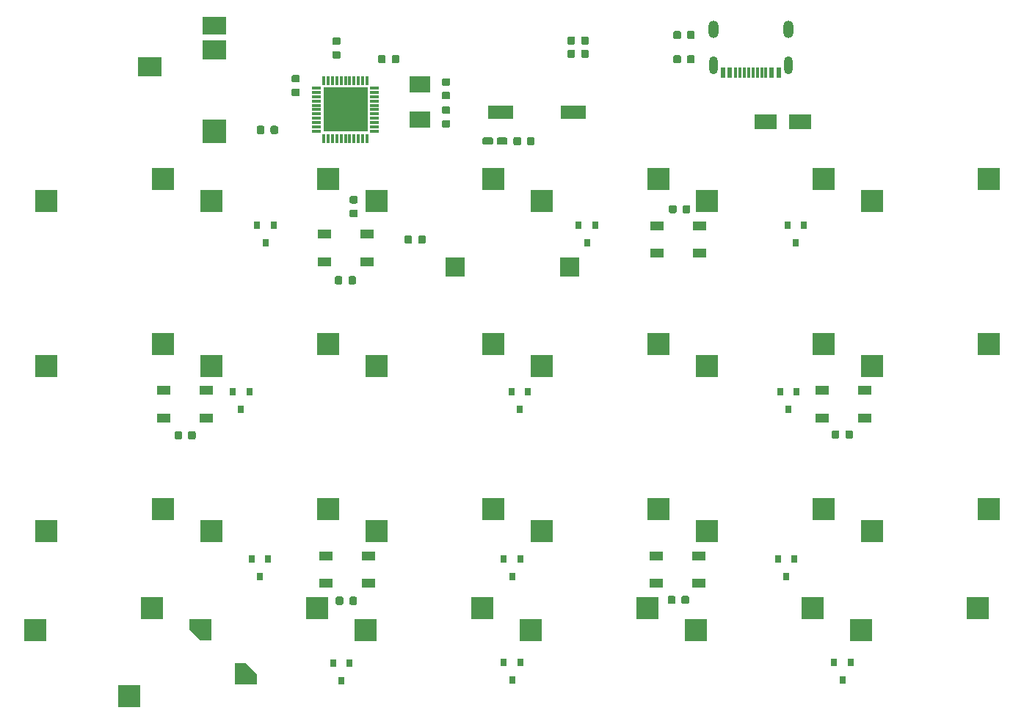
<source format=gbr>
G04 #@! TF.GenerationSoftware,KiCad,Pcbnew,(5.1.2)-2*
G04 #@! TF.CreationDate,2019-10-07T16:49:04+02:00*
G04 #@! TF.ProjectId,vitamins_included,76697461-6d69-46e7-935f-696e636c7564,rev?*
G04 #@! TF.SameCoordinates,Original*
G04 #@! TF.FileFunction,Paste,Bot*
G04 #@! TF.FilePolarity,Positive*
%FSLAX46Y46*%
G04 Gerber Fmt 4.6, Leading zero omitted, Abs format (unit mm)*
G04 Created by KiCad (PCBNEW (5.1.2)-2) date 2019-10-07 16:49:04*
%MOMM*%
%LPD*%
G04 APERTURE LIST*
%ADD10R,2.550000X2.500000*%
%ADD11C,1.000000*%
%ADD12C,0.100000*%
%ADD13R,0.800000X0.900000*%
%ADD14R,2.500000X1.800000*%
%ADD15C,0.875000*%
%ADD16R,0.299720X0.998220*%
%ADD17R,0.998220X0.299720*%
%ADD18R,5.080000X5.080000*%
%ADD19R,1.500000X1.000000*%
%ADD20R,2.200000X2.200000*%
%ADD21C,0.850000*%
%ADD22O,1.000000X2.100000*%
%ADD23O,1.200000X2.000000*%
%ADD24R,0.300000X1.160000*%
%ADD25R,0.600000X1.160000*%
%ADD26R,3.000000X1.600000*%
%ADD27R,2.400000X1.900000*%
%ADD28R,2.800000X2.000000*%
%ADD29R,2.800000X2.200000*%
%ADD30R,2.800000X2.800000*%
G04 APERTURE END LIST*
D10*
X12935000Y-79080000D03*
D11*
X26385000Y-76540000D03*
D12*
G36*
X27660000Y-76540000D02*
G01*
X27660000Y-77790000D01*
X25110000Y-77790000D01*
X25110000Y-75290000D01*
X26385000Y-75290000D01*
X27660000Y-76540000D01*
X27660000Y-76540000D01*
G37*
D13*
X37423000Y-77334000D03*
X38373000Y-75334000D03*
X36473000Y-75334000D03*
D10*
X98660000Y-21930000D03*
X112110000Y-19390000D03*
D14*
X86350000Y-12850000D03*
X90350000Y-12850000D03*
D12*
G36*
X96227691Y-48426053D02*
G01*
X96248926Y-48429203D01*
X96269750Y-48434419D01*
X96289962Y-48441651D01*
X96309368Y-48450830D01*
X96327781Y-48461866D01*
X96345024Y-48474654D01*
X96360930Y-48489070D01*
X96375346Y-48504976D01*
X96388134Y-48522219D01*
X96399170Y-48540632D01*
X96408349Y-48560038D01*
X96415581Y-48580250D01*
X96420797Y-48601074D01*
X96423947Y-48622309D01*
X96425000Y-48643750D01*
X96425000Y-49156250D01*
X96423947Y-49177691D01*
X96420797Y-49198926D01*
X96415581Y-49219750D01*
X96408349Y-49239962D01*
X96399170Y-49259368D01*
X96388134Y-49277781D01*
X96375346Y-49295024D01*
X96360930Y-49310930D01*
X96345024Y-49325346D01*
X96327781Y-49338134D01*
X96309368Y-49349170D01*
X96289962Y-49358349D01*
X96269750Y-49365581D01*
X96248926Y-49370797D01*
X96227691Y-49373947D01*
X96206250Y-49375000D01*
X95768750Y-49375000D01*
X95747309Y-49373947D01*
X95726074Y-49370797D01*
X95705250Y-49365581D01*
X95685038Y-49358349D01*
X95665632Y-49349170D01*
X95647219Y-49338134D01*
X95629976Y-49325346D01*
X95614070Y-49310930D01*
X95599654Y-49295024D01*
X95586866Y-49277781D01*
X95575830Y-49259368D01*
X95566651Y-49239962D01*
X95559419Y-49219750D01*
X95554203Y-49198926D01*
X95551053Y-49177691D01*
X95550000Y-49156250D01*
X95550000Y-48643750D01*
X95551053Y-48622309D01*
X95554203Y-48601074D01*
X95559419Y-48580250D01*
X95566651Y-48560038D01*
X95575830Y-48540632D01*
X95586866Y-48522219D01*
X95599654Y-48504976D01*
X95614070Y-48489070D01*
X95629976Y-48474654D01*
X95647219Y-48461866D01*
X95665632Y-48450830D01*
X95685038Y-48441651D01*
X95705250Y-48434419D01*
X95726074Y-48429203D01*
X95747309Y-48426053D01*
X95768750Y-48425000D01*
X96206250Y-48425000D01*
X96227691Y-48426053D01*
X96227691Y-48426053D01*
G37*
D15*
X95987500Y-48900000D03*
D12*
G36*
X94652691Y-48426053D02*
G01*
X94673926Y-48429203D01*
X94694750Y-48434419D01*
X94714962Y-48441651D01*
X94734368Y-48450830D01*
X94752781Y-48461866D01*
X94770024Y-48474654D01*
X94785930Y-48489070D01*
X94800346Y-48504976D01*
X94813134Y-48522219D01*
X94824170Y-48540632D01*
X94833349Y-48560038D01*
X94840581Y-48580250D01*
X94845797Y-48601074D01*
X94848947Y-48622309D01*
X94850000Y-48643750D01*
X94850000Y-49156250D01*
X94848947Y-49177691D01*
X94845797Y-49198926D01*
X94840581Y-49219750D01*
X94833349Y-49239962D01*
X94824170Y-49259368D01*
X94813134Y-49277781D01*
X94800346Y-49295024D01*
X94785930Y-49310930D01*
X94770024Y-49325346D01*
X94752781Y-49338134D01*
X94734368Y-49349170D01*
X94714962Y-49358349D01*
X94694750Y-49365581D01*
X94673926Y-49370797D01*
X94652691Y-49373947D01*
X94631250Y-49375000D01*
X94193750Y-49375000D01*
X94172309Y-49373947D01*
X94151074Y-49370797D01*
X94130250Y-49365581D01*
X94110038Y-49358349D01*
X94090632Y-49349170D01*
X94072219Y-49338134D01*
X94054976Y-49325346D01*
X94039070Y-49310930D01*
X94024654Y-49295024D01*
X94011866Y-49277781D01*
X94000830Y-49259368D01*
X93991651Y-49239962D01*
X93984419Y-49219750D01*
X93979203Y-49198926D01*
X93976053Y-49177691D01*
X93975000Y-49156250D01*
X93975000Y-48643750D01*
X93976053Y-48622309D01*
X93979203Y-48601074D01*
X93984419Y-48580250D01*
X93991651Y-48560038D01*
X94000830Y-48540632D01*
X94011866Y-48522219D01*
X94024654Y-48504976D01*
X94039070Y-48489070D01*
X94054976Y-48474654D01*
X94072219Y-48461866D01*
X94090632Y-48450830D01*
X94110038Y-48441651D01*
X94130250Y-48434419D01*
X94151074Y-48429203D01*
X94172309Y-48426053D01*
X94193750Y-48425000D01*
X94631250Y-48425000D01*
X94652691Y-48426053D01*
X94652691Y-48426053D01*
G37*
D15*
X94412500Y-48900000D03*
D10*
X110840000Y-68920000D03*
X97390000Y-71460000D03*
D16*
X35393158Y-8063280D03*
X35893538Y-8063280D03*
X36393918Y-8063280D03*
X36894298Y-8063280D03*
X37394678Y-8063280D03*
X37892518Y-8063280D03*
X38390358Y-8063280D03*
X38890738Y-8063280D03*
X39391118Y-8063280D03*
X39891498Y-8063280D03*
X40391878Y-8063280D03*
D17*
X41240238Y-8911640D03*
X41240238Y-9412020D03*
X41240238Y-9912400D03*
X41240238Y-10412780D03*
X41240238Y-10913160D03*
X41240238Y-11411000D03*
X41240238Y-11908840D03*
X41240238Y-12409220D03*
X41240238Y-12909600D03*
X41240238Y-13409980D03*
X41240238Y-13910360D03*
D16*
X40391878Y-14758720D03*
X39891498Y-14758720D03*
X39391118Y-14758720D03*
X38890738Y-14758720D03*
X38390358Y-14758720D03*
X37892518Y-14758720D03*
X37394678Y-14758720D03*
X36894298Y-14758720D03*
X36393918Y-14758720D03*
X35893538Y-14758720D03*
X35393158Y-14758720D03*
D17*
X34544798Y-13910360D03*
X34544798Y-13409980D03*
X34544798Y-12909600D03*
X34544798Y-12409220D03*
X34544798Y-11908840D03*
X34544798Y-11411000D03*
X34544798Y-10913160D03*
X34544798Y-10412780D03*
X34544798Y-9912400D03*
X34544798Y-9412020D03*
X34544798Y-8911640D03*
D18*
X37892518Y-11411000D03*
D12*
G36*
X75890191Y-22426053D02*
G01*
X75911426Y-22429203D01*
X75932250Y-22434419D01*
X75952462Y-22441651D01*
X75971868Y-22450830D01*
X75990281Y-22461866D01*
X76007524Y-22474654D01*
X76023430Y-22489070D01*
X76037846Y-22504976D01*
X76050634Y-22522219D01*
X76061670Y-22540632D01*
X76070849Y-22560038D01*
X76078081Y-22580250D01*
X76083297Y-22601074D01*
X76086447Y-22622309D01*
X76087500Y-22643750D01*
X76087500Y-23156250D01*
X76086447Y-23177691D01*
X76083297Y-23198926D01*
X76078081Y-23219750D01*
X76070849Y-23239962D01*
X76061670Y-23259368D01*
X76050634Y-23277781D01*
X76037846Y-23295024D01*
X76023430Y-23310930D01*
X76007524Y-23325346D01*
X75990281Y-23338134D01*
X75971868Y-23349170D01*
X75952462Y-23358349D01*
X75932250Y-23365581D01*
X75911426Y-23370797D01*
X75890191Y-23373947D01*
X75868750Y-23375000D01*
X75431250Y-23375000D01*
X75409809Y-23373947D01*
X75388574Y-23370797D01*
X75367750Y-23365581D01*
X75347538Y-23358349D01*
X75328132Y-23349170D01*
X75309719Y-23338134D01*
X75292476Y-23325346D01*
X75276570Y-23310930D01*
X75262154Y-23295024D01*
X75249366Y-23277781D01*
X75238330Y-23259368D01*
X75229151Y-23239962D01*
X75221919Y-23219750D01*
X75216703Y-23198926D01*
X75213553Y-23177691D01*
X75212500Y-23156250D01*
X75212500Y-22643750D01*
X75213553Y-22622309D01*
X75216703Y-22601074D01*
X75221919Y-22580250D01*
X75229151Y-22560038D01*
X75238330Y-22540632D01*
X75249366Y-22522219D01*
X75262154Y-22504976D01*
X75276570Y-22489070D01*
X75292476Y-22474654D01*
X75309719Y-22461866D01*
X75328132Y-22450830D01*
X75347538Y-22441651D01*
X75367750Y-22434419D01*
X75388574Y-22429203D01*
X75409809Y-22426053D01*
X75431250Y-22425000D01*
X75868750Y-22425000D01*
X75890191Y-22426053D01*
X75890191Y-22426053D01*
G37*
D15*
X75650000Y-22900000D03*
D12*
G36*
X77465191Y-22426053D02*
G01*
X77486426Y-22429203D01*
X77507250Y-22434419D01*
X77527462Y-22441651D01*
X77546868Y-22450830D01*
X77565281Y-22461866D01*
X77582524Y-22474654D01*
X77598430Y-22489070D01*
X77612846Y-22504976D01*
X77625634Y-22522219D01*
X77636670Y-22540632D01*
X77645849Y-22560038D01*
X77653081Y-22580250D01*
X77658297Y-22601074D01*
X77661447Y-22622309D01*
X77662500Y-22643750D01*
X77662500Y-23156250D01*
X77661447Y-23177691D01*
X77658297Y-23198926D01*
X77653081Y-23219750D01*
X77645849Y-23239962D01*
X77636670Y-23259368D01*
X77625634Y-23277781D01*
X77612846Y-23295024D01*
X77598430Y-23310930D01*
X77582524Y-23325346D01*
X77565281Y-23338134D01*
X77546868Y-23349170D01*
X77527462Y-23358349D01*
X77507250Y-23365581D01*
X77486426Y-23370797D01*
X77465191Y-23373947D01*
X77443750Y-23375000D01*
X77006250Y-23375000D01*
X76984809Y-23373947D01*
X76963574Y-23370797D01*
X76942750Y-23365581D01*
X76922538Y-23358349D01*
X76903132Y-23349170D01*
X76884719Y-23338134D01*
X76867476Y-23325346D01*
X76851570Y-23310930D01*
X76837154Y-23295024D01*
X76824366Y-23277781D01*
X76813330Y-23259368D01*
X76804151Y-23239962D01*
X76796919Y-23219750D01*
X76791703Y-23198926D01*
X76788553Y-23177691D01*
X76787500Y-23156250D01*
X76787500Y-22643750D01*
X76788553Y-22622309D01*
X76791703Y-22601074D01*
X76796919Y-22580250D01*
X76804151Y-22560038D01*
X76813330Y-22540632D01*
X76824366Y-22522219D01*
X76837154Y-22504976D01*
X76851570Y-22489070D01*
X76867476Y-22474654D01*
X76884719Y-22461866D01*
X76903132Y-22450830D01*
X76922538Y-22441651D01*
X76942750Y-22434419D01*
X76963574Y-22429203D01*
X76984809Y-22426053D01*
X77006250Y-22425000D01*
X77443750Y-22425000D01*
X77465191Y-22426053D01*
X77465191Y-22426053D01*
G37*
D15*
X77225000Y-22900000D03*
D19*
X35500000Y-29000000D03*
X35500000Y-25800000D03*
X40400000Y-29000000D03*
X40400000Y-25800000D03*
D12*
G36*
X49777691Y-9351053D02*
G01*
X49798926Y-9354203D01*
X49819750Y-9359419D01*
X49839962Y-9366651D01*
X49859368Y-9375830D01*
X49877781Y-9386866D01*
X49895024Y-9399654D01*
X49910930Y-9414070D01*
X49925346Y-9429976D01*
X49938134Y-9447219D01*
X49949170Y-9465632D01*
X49958349Y-9485038D01*
X49965581Y-9505250D01*
X49970797Y-9526074D01*
X49973947Y-9547309D01*
X49975000Y-9568750D01*
X49975000Y-10006250D01*
X49973947Y-10027691D01*
X49970797Y-10048926D01*
X49965581Y-10069750D01*
X49958349Y-10089962D01*
X49949170Y-10109368D01*
X49938134Y-10127781D01*
X49925346Y-10145024D01*
X49910930Y-10160930D01*
X49895024Y-10175346D01*
X49877781Y-10188134D01*
X49859368Y-10199170D01*
X49839962Y-10208349D01*
X49819750Y-10215581D01*
X49798926Y-10220797D01*
X49777691Y-10223947D01*
X49756250Y-10225000D01*
X49243750Y-10225000D01*
X49222309Y-10223947D01*
X49201074Y-10220797D01*
X49180250Y-10215581D01*
X49160038Y-10208349D01*
X49140632Y-10199170D01*
X49122219Y-10188134D01*
X49104976Y-10175346D01*
X49089070Y-10160930D01*
X49074654Y-10145024D01*
X49061866Y-10127781D01*
X49050830Y-10109368D01*
X49041651Y-10089962D01*
X49034419Y-10069750D01*
X49029203Y-10048926D01*
X49026053Y-10027691D01*
X49025000Y-10006250D01*
X49025000Y-9568750D01*
X49026053Y-9547309D01*
X49029203Y-9526074D01*
X49034419Y-9505250D01*
X49041651Y-9485038D01*
X49050830Y-9465632D01*
X49061866Y-9447219D01*
X49074654Y-9429976D01*
X49089070Y-9414070D01*
X49104976Y-9399654D01*
X49122219Y-9386866D01*
X49140632Y-9375830D01*
X49160038Y-9366651D01*
X49180250Y-9359419D01*
X49201074Y-9354203D01*
X49222309Y-9351053D01*
X49243750Y-9350000D01*
X49756250Y-9350000D01*
X49777691Y-9351053D01*
X49777691Y-9351053D01*
G37*
D15*
X49500000Y-9787500D03*
D12*
G36*
X49777691Y-7776053D02*
G01*
X49798926Y-7779203D01*
X49819750Y-7784419D01*
X49839962Y-7791651D01*
X49859368Y-7800830D01*
X49877781Y-7811866D01*
X49895024Y-7824654D01*
X49910930Y-7839070D01*
X49925346Y-7854976D01*
X49938134Y-7872219D01*
X49949170Y-7890632D01*
X49958349Y-7910038D01*
X49965581Y-7930250D01*
X49970797Y-7951074D01*
X49973947Y-7972309D01*
X49975000Y-7993750D01*
X49975000Y-8431250D01*
X49973947Y-8452691D01*
X49970797Y-8473926D01*
X49965581Y-8494750D01*
X49958349Y-8514962D01*
X49949170Y-8534368D01*
X49938134Y-8552781D01*
X49925346Y-8570024D01*
X49910930Y-8585930D01*
X49895024Y-8600346D01*
X49877781Y-8613134D01*
X49859368Y-8624170D01*
X49839962Y-8633349D01*
X49819750Y-8640581D01*
X49798926Y-8645797D01*
X49777691Y-8648947D01*
X49756250Y-8650000D01*
X49243750Y-8650000D01*
X49222309Y-8648947D01*
X49201074Y-8645797D01*
X49180250Y-8640581D01*
X49160038Y-8633349D01*
X49140632Y-8624170D01*
X49122219Y-8613134D01*
X49104976Y-8600346D01*
X49089070Y-8585930D01*
X49074654Y-8570024D01*
X49061866Y-8552781D01*
X49050830Y-8534368D01*
X49041651Y-8514962D01*
X49034419Y-8494750D01*
X49029203Y-8473926D01*
X49026053Y-8452691D01*
X49025000Y-8431250D01*
X49025000Y-7993750D01*
X49026053Y-7972309D01*
X49029203Y-7951074D01*
X49034419Y-7930250D01*
X49041651Y-7910038D01*
X49050830Y-7890632D01*
X49061866Y-7872219D01*
X49074654Y-7854976D01*
X49089070Y-7839070D01*
X49104976Y-7824654D01*
X49122219Y-7811866D01*
X49140632Y-7800830D01*
X49160038Y-7791651D01*
X49180250Y-7784419D01*
X49201074Y-7779203D01*
X49222309Y-7776053D01*
X49243750Y-7775000D01*
X49756250Y-7775000D01*
X49777691Y-7776053D01*
X49777691Y-7776053D01*
G37*
D15*
X49500000Y-8212500D03*
D10*
X79610000Y-21930000D03*
X93060000Y-19390000D03*
X79610000Y-40980000D03*
X93060000Y-38440000D03*
X22460000Y-40980000D03*
X35910000Y-38440000D03*
D12*
G36*
X59527691Y-14576053D02*
G01*
X59548926Y-14579203D01*
X59569750Y-14584419D01*
X59589962Y-14591651D01*
X59609368Y-14600830D01*
X59627781Y-14611866D01*
X59645024Y-14624654D01*
X59660930Y-14639070D01*
X59675346Y-14654976D01*
X59688134Y-14672219D01*
X59699170Y-14690632D01*
X59708349Y-14710038D01*
X59715581Y-14730250D01*
X59720797Y-14751074D01*
X59723947Y-14772309D01*
X59725000Y-14793750D01*
X59725000Y-15306250D01*
X59723947Y-15327691D01*
X59720797Y-15348926D01*
X59715581Y-15369750D01*
X59708349Y-15389962D01*
X59699170Y-15409368D01*
X59688134Y-15427781D01*
X59675346Y-15445024D01*
X59660930Y-15460930D01*
X59645024Y-15475346D01*
X59627781Y-15488134D01*
X59609368Y-15499170D01*
X59589962Y-15508349D01*
X59569750Y-15515581D01*
X59548926Y-15520797D01*
X59527691Y-15523947D01*
X59506250Y-15525000D01*
X59068750Y-15525000D01*
X59047309Y-15523947D01*
X59026074Y-15520797D01*
X59005250Y-15515581D01*
X58985038Y-15508349D01*
X58965632Y-15499170D01*
X58947219Y-15488134D01*
X58929976Y-15475346D01*
X58914070Y-15460930D01*
X58899654Y-15445024D01*
X58886866Y-15427781D01*
X58875830Y-15409368D01*
X58866651Y-15389962D01*
X58859419Y-15369750D01*
X58854203Y-15348926D01*
X58851053Y-15327691D01*
X58850000Y-15306250D01*
X58850000Y-14793750D01*
X58851053Y-14772309D01*
X58854203Y-14751074D01*
X58859419Y-14730250D01*
X58866651Y-14710038D01*
X58875830Y-14690632D01*
X58886866Y-14672219D01*
X58899654Y-14654976D01*
X58914070Y-14639070D01*
X58929976Y-14624654D01*
X58947219Y-14611866D01*
X58965632Y-14600830D01*
X58985038Y-14591651D01*
X59005250Y-14584419D01*
X59026074Y-14579203D01*
X59047309Y-14576053D01*
X59068750Y-14575000D01*
X59506250Y-14575000D01*
X59527691Y-14576053D01*
X59527691Y-14576053D01*
G37*
D15*
X59287500Y-15050000D03*
D12*
G36*
X57952691Y-14576053D02*
G01*
X57973926Y-14579203D01*
X57994750Y-14584419D01*
X58014962Y-14591651D01*
X58034368Y-14600830D01*
X58052781Y-14611866D01*
X58070024Y-14624654D01*
X58085930Y-14639070D01*
X58100346Y-14654976D01*
X58113134Y-14672219D01*
X58124170Y-14690632D01*
X58133349Y-14710038D01*
X58140581Y-14730250D01*
X58145797Y-14751074D01*
X58148947Y-14772309D01*
X58150000Y-14793750D01*
X58150000Y-15306250D01*
X58148947Y-15327691D01*
X58145797Y-15348926D01*
X58140581Y-15369750D01*
X58133349Y-15389962D01*
X58124170Y-15409368D01*
X58113134Y-15427781D01*
X58100346Y-15445024D01*
X58085930Y-15460930D01*
X58070024Y-15475346D01*
X58052781Y-15488134D01*
X58034368Y-15499170D01*
X58014962Y-15508349D01*
X57994750Y-15515581D01*
X57973926Y-15520797D01*
X57952691Y-15523947D01*
X57931250Y-15525000D01*
X57493750Y-15525000D01*
X57472309Y-15523947D01*
X57451074Y-15520797D01*
X57430250Y-15515581D01*
X57410038Y-15508349D01*
X57390632Y-15499170D01*
X57372219Y-15488134D01*
X57354976Y-15475346D01*
X57339070Y-15460930D01*
X57324654Y-15445024D01*
X57311866Y-15427781D01*
X57300830Y-15409368D01*
X57291651Y-15389962D01*
X57284419Y-15369750D01*
X57279203Y-15348926D01*
X57276053Y-15327691D01*
X57275000Y-15306250D01*
X57275000Y-14793750D01*
X57276053Y-14772309D01*
X57279203Y-14751074D01*
X57284419Y-14730250D01*
X57291651Y-14710038D01*
X57300830Y-14690632D01*
X57311866Y-14672219D01*
X57324654Y-14654976D01*
X57339070Y-14639070D01*
X57354976Y-14624654D01*
X57372219Y-14611866D01*
X57390632Y-14600830D01*
X57410038Y-14591651D01*
X57430250Y-14584419D01*
X57451074Y-14579203D01*
X57472309Y-14576053D01*
X57493750Y-14575000D01*
X57931250Y-14575000D01*
X57952691Y-14576053D01*
X57952691Y-14576053D01*
G37*
D15*
X57712500Y-15050000D03*
D10*
X41510000Y-60030000D03*
X54960000Y-57490000D03*
D20*
X50576000Y-29596000D03*
X63776000Y-29596000D03*
D12*
G36*
X20427691Y-48526053D02*
G01*
X20448926Y-48529203D01*
X20469750Y-48534419D01*
X20489962Y-48541651D01*
X20509368Y-48550830D01*
X20527781Y-48561866D01*
X20545024Y-48574654D01*
X20560930Y-48589070D01*
X20575346Y-48604976D01*
X20588134Y-48622219D01*
X20599170Y-48640632D01*
X20608349Y-48660038D01*
X20615581Y-48680250D01*
X20620797Y-48701074D01*
X20623947Y-48722309D01*
X20625000Y-48743750D01*
X20625000Y-49256250D01*
X20623947Y-49277691D01*
X20620797Y-49298926D01*
X20615581Y-49319750D01*
X20608349Y-49339962D01*
X20599170Y-49359368D01*
X20588134Y-49377781D01*
X20575346Y-49395024D01*
X20560930Y-49410930D01*
X20545024Y-49425346D01*
X20527781Y-49438134D01*
X20509368Y-49449170D01*
X20489962Y-49458349D01*
X20469750Y-49465581D01*
X20448926Y-49470797D01*
X20427691Y-49473947D01*
X20406250Y-49475000D01*
X19968750Y-49475000D01*
X19947309Y-49473947D01*
X19926074Y-49470797D01*
X19905250Y-49465581D01*
X19885038Y-49458349D01*
X19865632Y-49449170D01*
X19847219Y-49438134D01*
X19829976Y-49425346D01*
X19814070Y-49410930D01*
X19799654Y-49395024D01*
X19786866Y-49377781D01*
X19775830Y-49359368D01*
X19766651Y-49339962D01*
X19759419Y-49319750D01*
X19754203Y-49298926D01*
X19751053Y-49277691D01*
X19750000Y-49256250D01*
X19750000Y-48743750D01*
X19751053Y-48722309D01*
X19754203Y-48701074D01*
X19759419Y-48680250D01*
X19766651Y-48660038D01*
X19775830Y-48640632D01*
X19786866Y-48622219D01*
X19799654Y-48604976D01*
X19814070Y-48589070D01*
X19829976Y-48574654D01*
X19847219Y-48561866D01*
X19865632Y-48550830D01*
X19885038Y-48541651D01*
X19905250Y-48534419D01*
X19926074Y-48529203D01*
X19947309Y-48526053D01*
X19968750Y-48525000D01*
X20406250Y-48525000D01*
X20427691Y-48526053D01*
X20427691Y-48526053D01*
G37*
D15*
X20187500Y-49000000D03*
D12*
G36*
X18852691Y-48526053D02*
G01*
X18873926Y-48529203D01*
X18894750Y-48534419D01*
X18914962Y-48541651D01*
X18934368Y-48550830D01*
X18952781Y-48561866D01*
X18970024Y-48574654D01*
X18985930Y-48589070D01*
X19000346Y-48604976D01*
X19013134Y-48622219D01*
X19024170Y-48640632D01*
X19033349Y-48660038D01*
X19040581Y-48680250D01*
X19045797Y-48701074D01*
X19048947Y-48722309D01*
X19050000Y-48743750D01*
X19050000Y-49256250D01*
X19048947Y-49277691D01*
X19045797Y-49298926D01*
X19040581Y-49319750D01*
X19033349Y-49339962D01*
X19024170Y-49359368D01*
X19013134Y-49377781D01*
X19000346Y-49395024D01*
X18985930Y-49410930D01*
X18970024Y-49425346D01*
X18952781Y-49438134D01*
X18934368Y-49449170D01*
X18914962Y-49458349D01*
X18894750Y-49465581D01*
X18873926Y-49470797D01*
X18852691Y-49473947D01*
X18831250Y-49475000D01*
X18393750Y-49475000D01*
X18372309Y-49473947D01*
X18351074Y-49470797D01*
X18330250Y-49465581D01*
X18310038Y-49458349D01*
X18290632Y-49449170D01*
X18272219Y-49438134D01*
X18254976Y-49425346D01*
X18239070Y-49410930D01*
X18224654Y-49395024D01*
X18211866Y-49377781D01*
X18200830Y-49359368D01*
X18191651Y-49339962D01*
X18184419Y-49319750D01*
X18179203Y-49298926D01*
X18176053Y-49277691D01*
X18175000Y-49256250D01*
X18175000Y-48743750D01*
X18176053Y-48722309D01*
X18179203Y-48701074D01*
X18184419Y-48680250D01*
X18191651Y-48660038D01*
X18200830Y-48640632D01*
X18211866Y-48622219D01*
X18224654Y-48604976D01*
X18239070Y-48589070D01*
X18254976Y-48574654D01*
X18272219Y-48561866D01*
X18290632Y-48550830D01*
X18310038Y-48541651D01*
X18330250Y-48534419D01*
X18351074Y-48529203D01*
X18372309Y-48526053D01*
X18393750Y-48525000D01*
X18831250Y-48525000D01*
X18852691Y-48526053D01*
X18852691Y-48526053D01*
G37*
D15*
X18612500Y-49000000D03*
D10*
X60560000Y-21930000D03*
X74010000Y-19390000D03*
X60560000Y-60030000D03*
X74010000Y-57490000D03*
D19*
X73750000Y-66100000D03*
X73750000Y-62900000D03*
X78650000Y-66100000D03*
X78650000Y-62900000D03*
D12*
G36*
X56370829Y-14626023D02*
G01*
X56391457Y-14629083D01*
X56411685Y-14634150D01*
X56431320Y-14641176D01*
X56450172Y-14650092D01*
X56468059Y-14660813D01*
X56484809Y-14673235D01*
X56500260Y-14687240D01*
X56514265Y-14702691D01*
X56526687Y-14719441D01*
X56537408Y-14737328D01*
X56546324Y-14756180D01*
X56553350Y-14775815D01*
X56558417Y-14796043D01*
X56561477Y-14816671D01*
X56562500Y-14837500D01*
X56562500Y-15262500D01*
X56561477Y-15283329D01*
X56558417Y-15303957D01*
X56553350Y-15324185D01*
X56546324Y-15343820D01*
X56537408Y-15362672D01*
X56526687Y-15380559D01*
X56514265Y-15397309D01*
X56500260Y-15412760D01*
X56484809Y-15426765D01*
X56468059Y-15439187D01*
X56450172Y-15449908D01*
X56431320Y-15458824D01*
X56411685Y-15465850D01*
X56391457Y-15470917D01*
X56370829Y-15473977D01*
X56350000Y-15475000D01*
X55550000Y-15475000D01*
X55529171Y-15473977D01*
X55508543Y-15470917D01*
X55488315Y-15465850D01*
X55468680Y-15458824D01*
X55449828Y-15449908D01*
X55431941Y-15439187D01*
X55415191Y-15426765D01*
X55399740Y-15412760D01*
X55385735Y-15397309D01*
X55373313Y-15380559D01*
X55362592Y-15362672D01*
X55353676Y-15343820D01*
X55346650Y-15324185D01*
X55341583Y-15303957D01*
X55338523Y-15283329D01*
X55337500Y-15262500D01*
X55337500Y-14837500D01*
X55338523Y-14816671D01*
X55341583Y-14796043D01*
X55346650Y-14775815D01*
X55353676Y-14756180D01*
X55362592Y-14737328D01*
X55373313Y-14719441D01*
X55385735Y-14702691D01*
X55399740Y-14687240D01*
X55415191Y-14673235D01*
X55431941Y-14660813D01*
X55449828Y-14650092D01*
X55468680Y-14641176D01*
X55488315Y-14634150D01*
X55508543Y-14629083D01*
X55529171Y-14626023D01*
X55550000Y-14625000D01*
X56350000Y-14625000D01*
X56370829Y-14626023D01*
X56370829Y-14626023D01*
G37*
D21*
X55950000Y-15050000D03*
D12*
G36*
X54745829Y-14626023D02*
G01*
X54766457Y-14629083D01*
X54786685Y-14634150D01*
X54806320Y-14641176D01*
X54825172Y-14650092D01*
X54843059Y-14660813D01*
X54859809Y-14673235D01*
X54875260Y-14687240D01*
X54889265Y-14702691D01*
X54901687Y-14719441D01*
X54912408Y-14737328D01*
X54921324Y-14756180D01*
X54928350Y-14775815D01*
X54933417Y-14796043D01*
X54936477Y-14816671D01*
X54937500Y-14837500D01*
X54937500Y-15262500D01*
X54936477Y-15283329D01*
X54933417Y-15303957D01*
X54928350Y-15324185D01*
X54921324Y-15343820D01*
X54912408Y-15362672D01*
X54901687Y-15380559D01*
X54889265Y-15397309D01*
X54875260Y-15412760D01*
X54859809Y-15426765D01*
X54843059Y-15439187D01*
X54825172Y-15449908D01*
X54806320Y-15458824D01*
X54786685Y-15465850D01*
X54766457Y-15470917D01*
X54745829Y-15473977D01*
X54725000Y-15475000D01*
X53925000Y-15475000D01*
X53904171Y-15473977D01*
X53883543Y-15470917D01*
X53863315Y-15465850D01*
X53843680Y-15458824D01*
X53824828Y-15449908D01*
X53806941Y-15439187D01*
X53790191Y-15426765D01*
X53774740Y-15412760D01*
X53760735Y-15397309D01*
X53748313Y-15380559D01*
X53737592Y-15362672D01*
X53728676Y-15343820D01*
X53721650Y-15324185D01*
X53716583Y-15303957D01*
X53713523Y-15283329D01*
X53712500Y-15262500D01*
X53712500Y-14837500D01*
X53713523Y-14816671D01*
X53716583Y-14796043D01*
X53721650Y-14775815D01*
X53728676Y-14756180D01*
X53737592Y-14737328D01*
X53748313Y-14719441D01*
X53760735Y-14702691D01*
X53774740Y-14687240D01*
X53790191Y-14673235D01*
X53806941Y-14660813D01*
X53824828Y-14650092D01*
X53843680Y-14641176D01*
X53863315Y-14634150D01*
X53883543Y-14629083D01*
X53904171Y-14626023D01*
X53925000Y-14625000D01*
X54725000Y-14625000D01*
X54745829Y-14626023D01*
X54745829Y-14626023D01*
G37*
D21*
X54325000Y-15050000D03*
D10*
X41510000Y-21930000D03*
X54960000Y-19390000D03*
D13*
X88035000Y-43965000D03*
X89935000Y-43965000D03*
X88985000Y-45965000D03*
D10*
X22460000Y-60030000D03*
X35910000Y-57490000D03*
D13*
X56158000Y-75207000D03*
X58058000Y-75207000D03*
X57108000Y-77207000D03*
D22*
X80330000Y-6310000D03*
X88970000Y-6310000D03*
D23*
X80330000Y-2140000D03*
X88970000Y-2140000D03*
D24*
X83900000Y-7130000D03*
X84400000Y-7130000D03*
X84900000Y-7130000D03*
X82900000Y-7130000D03*
X83400000Y-7130000D03*
X85900000Y-7130000D03*
X85400000Y-7130000D03*
X86400000Y-7130000D03*
D25*
X82250000Y-7130000D03*
X82250000Y-7130000D03*
X81450000Y-7130000D03*
X81450000Y-7130000D03*
X87050000Y-7130000D03*
X87850000Y-7130000D03*
X87050000Y-7130000D03*
X87850000Y-7130000D03*
D19*
X21850000Y-43800000D03*
X21850000Y-47000000D03*
X16950000Y-43800000D03*
X16950000Y-47000000D03*
X92850000Y-47000000D03*
X92850000Y-43800000D03*
X97750000Y-47000000D03*
X97750000Y-43800000D03*
D10*
X72740000Y-68920000D03*
X59290000Y-71460000D03*
X41510000Y-40980000D03*
X54960000Y-38440000D03*
D12*
G36*
X37452691Y-67626053D02*
G01*
X37473926Y-67629203D01*
X37494750Y-67634419D01*
X37514962Y-67641651D01*
X37534368Y-67650830D01*
X37552781Y-67661866D01*
X37570024Y-67674654D01*
X37585930Y-67689070D01*
X37600346Y-67704976D01*
X37613134Y-67722219D01*
X37624170Y-67740632D01*
X37633349Y-67760038D01*
X37640581Y-67780250D01*
X37645797Y-67801074D01*
X37648947Y-67822309D01*
X37650000Y-67843750D01*
X37650000Y-68356250D01*
X37648947Y-68377691D01*
X37645797Y-68398926D01*
X37640581Y-68419750D01*
X37633349Y-68439962D01*
X37624170Y-68459368D01*
X37613134Y-68477781D01*
X37600346Y-68495024D01*
X37585930Y-68510930D01*
X37570024Y-68525346D01*
X37552781Y-68538134D01*
X37534368Y-68549170D01*
X37514962Y-68558349D01*
X37494750Y-68565581D01*
X37473926Y-68570797D01*
X37452691Y-68573947D01*
X37431250Y-68575000D01*
X36993750Y-68575000D01*
X36972309Y-68573947D01*
X36951074Y-68570797D01*
X36930250Y-68565581D01*
X36910038Y-68558349D01*
X36890632Y-68549170D01*
X36872219Y-68538134D01*
X36854976Y-68525346D01*
X36839070Y-68510930D01*
X36824654Y-68495024D01*
X36811866Y-68477781D01*
X36800830Y-68459368D01*
X36791651Y-68439962D01*
X36784419Y-68419750D01*
X36779203Y-68398926D01*
X36776053Y-68377691D01*
X36775000Y-68356250D01*
X36775000Y-67843750D01*
X36776053Y-67822309D01*
X36779203Y-67801074D01*
X36784419Y-67780250D01*
X36791651Y-67760038D01*
X36800830Y-67740632D01*
X36811866Y-67722219D01*
X36824654Y-67704976D01*
X36839070Y-67689070D01*
X36854976Y-67674654D01*
X36872219Y-67661866D01*
X36890632Y-67650830D01*
X36910038Y-67641651D01*
X36930250Y-67634419D01*
X36951074Y-67629203D01*
X36972309Y-67626053D01*
X36993750Y-67625000D01*
X37431250Y-67625000D01*
X37452691Y-67626053D01*
X37452691Y-67626053D01*
G37*
D15*
X37212500Y-68100000D03*
D12*
G36*
X39027691Y-67626053D02*
G01*
X39048926Y-67629203D01*
X39069750Y-67634419D01*
X39089962Y-67641651D01*
X39109368Y-67650830D01*
X39127781Y-67661866D01*
X39145024Y-67674654D01*
X39160930Y-67689070D01*
X39175346Y-67704976D01*
X39188134Y-67722219D01*
X39199170Y-67740632D01*
X39208349Y-67760038D01*
X39215581Y-67780250D01*
X39220797Y-67801074D01*
X39223947Y-67822309D01*
X39225000Y-67843750D01*
X39225000Y-68356250D01*
X39223947Y-68377691D01*
X39220797Y-68398926D01*
X39215581Y-68419750D01*
X39208349Y-68439962D01*
X39199170Y-68459368D01*
X39188134Y-68477781D01*
X39175346Y-68495024D01*
X39160930Y-68510930D01*
X39145024Y-68525346D01*
X39127781Y-68538134D01*
X39109368Y-68549170D01*
X39089962Y-68558349D01*
X39069750Y-68565581D01*
X39048926Y-68570797D01*
X39027691Y-68573947D01*
X39006250Y-68575000D01*
X38568750Y-68575000D01*
X38547309Y-68573947D01*
X38526074Y-68570797D01*
X38505250Y-68565581D01*
X38485038Y-68558349D01*
X38465632Y-68549170D01*
X38447219Y-68538134D01*
X38429976Y-68525346D01*
X38414070Y-68510930D01*
X38399654Y-68495024D01*
X38386866Y-68477781D01*
X38375830Y-68459368D01*
X38366651Y-68439962D01*
X38359419Y-68419750D01*
X38354203Y-68398926D01*
X38351053Y-68377691D01*
X38350000Y-68356250D01*
X38350000Y-67843750D01*
X38351053Y-67822309D01*
X38354203Y-67801074D01*
X38359419Y-67780250D01*
X38366651Y-67760038D01*
X38375830Y-67740632D01*
X38386866Y-67722219D01*
X38399654Y-67704976D01*
X38414070Y-67689070D01*
X38429976Y-67674654D01*
X38447219Y-67661866D01*
X38465632Y-67650830D01*
X38485038Y-67641651D01*
X38505250Y-67634419D01*
X38526074Y-67629203D01*
X38547309Y-67626053D01*
X38568750Y-67625000D01*
X39006250Y-67625000D01*
X39027691Y-67626053D01*
X39027691Y-67626053D01*
G37*
D15*
X38787500Y-68100000D03*
D13*
X94258000Y-75207000D03*
X96158000Y-75207000D03*
X95208000Y-77207000D03*
X87781000Y-63269000D03*
X89681000Y-63269000D03*
X88731000Y-65269000D03*
D10*
X22460000Y-21930000D03*
X35910000Y-19390000D03*
X60560000Y-40980000D03*
X74010000Y-38440000D03*
D13*
X27075000Y-63269000D03*
X28975000Y-63269000D03*
X28025000Y-65269000D03*
D12*
G36*
X38915191Y-30626053D02*
G01*
X38936426Y-30629203D01*
X38957250Y-30634419D01*
X38977462Y-30641651D01*
X38996868Y-30650830D01*
X39015281Y-30661866D01*
X39032524Y-30674654D01*
X39048430Y-30689070D01*
X39062846Y-30704976D01*
X39075634Y-30722219D01*
X39086670Y-30740632D01*
X39095849Y-30760038D01*
X39103081Y-30780250D01*
X39108297Y-30801074D01*
X39111447Y-30822309D01*
X39112500Y-30843750D01*
X39112500Y-31356250D01*
X39111447Y-31377691D01*
X39108297Y-31398926D01*
X39103081Y-31419750D01*
X39095849Y-31439962D01*
X39086670Y-31459368D01*
X39075634Y-31477781D01*
X39062846Y-31495024D01*
X39048430Y-31510930D01*
X39032524Y-31525346D01*
X39015281Y-31538134D01*
X38996868Y-31549170D01*
X38977462Y-31558349D01*
X38957250Y-31565581D01*
X38936426Y-31570797D01*
X38915191Y-31573947D01*
X38893750Y-31575000D01*
X38456250Y-31575000D01*
X38434809Y-31573947D01*
X38413574Y-31570797D01*
X38392750Y-31565581D01*
X38372538Y-31558349D01*
X38353132Y-31549170D01*
X38334719Y-31538134D01*
X38317476Y-31525346D01*
X38301570Y-31510930D01*
X38287154Y-31495024D01*
X38274366Y-31477781D01*
X38263330Y-31459368D01*
X38254151Y-31439962D01*
X38246919Y-31419750D01*
X38241703Y-31398926D01*
X38238553Y-31377691D01*
X38237500Y-31356250D01*
X38237500Y-30843750D01*
X38238553Y-30822309D01*
X38241703Y-30801074D01*
X38246919Y-30780250D01*
X38254151Y-30760038D01*
X38263330Y-30740632D01*
X38274366Y-30722219D01*
X38287154Y-30704976D01*
X38301570Y-30689070D01*
X38317476Y-30674654D01*
X38334719Y-30661866D01*
X38353132Y-30650830D01*
X38372538Y-30641651D01*
X38392750Y-30634419D01*
X38413574Y-30629203D01*
X38434809Y-30626053D01*
X38456250Y-30625000D01*
X38893750Y-30625000D01*
X38915191Y-30626053D01*
X38915191Y-30626053D01*
G37*
D15*
X38675000Y-31100000D03*
D12*
G36*
X37340191Y-30626053D02*
G01*
X37361426Y-30629203D01*
X37382250Y-30634419D01*
X37402462Y-30641651D01*
X37421868Y-30650830D01*
X37440281Y-30661866D01*
X37457524Y-30674654D01*
X37473430Y-30689070D01*
X37487846Y-30704976D01*
X37500634Y-30722219D01*
X37511670Y-30740632D01*
X37520849Y-30760038D01*
X37528081Y-30780250D01*
X37533297Y-30801074D01*
X37536447Y-30822309D01*
X37537500Y-30843750D01*
X37537500Y-31356250D01*
X37536447Y-31377691D01*
X37533297Y-31398926D01*
X37528081Y-31419750D01*
X37520849Y-31439962D01*
X37511670Y-31459368D01*
X37500634Y-31477781D01*
X37487846Y-31495024D01*
X37473430Y-31510930D01*
X37457524Y-31525346D01*
X37440281Y-31538134D01*
X37421868Y-31549170D01*
X37402462Y-31558349D01*
X37382250Y-31565581D01*
X37361426Y-31570797D01*
X37340191Y-31573947D01*
X37318750Y-31575000D01*
X36881250Y-31575000D01*
X36859809Y-31573947D01*
X36838574Y-31570797D01*
X36817750Y-31565581D01*
X36797538Y-31558349D01*
X36778132Y-31549170D01*
X36759719Y-31538134D01*
X36742476Y-31525346D01*
X36726570Y-31510930D01*
X36712154Y-31495024D01*
X36699366Y-31477781D01*
X36688330Y-31459368D01*
X36679151Y-31439962D01*
X36671919Y-31419750D01*
X36666703Y-31398926D01*
X36663553Y-31377691D01*
X36662500Y-31356250D01*
X36662500Y-30843750D01*
X36663553Y-30822309D01*
X36666703Y-30801074D01*
X36671919Y-30780250D01*
X36679151Y-30760038D01*
X36688330Y-30740632D01*
X36699366Y-30722219D01*
X36712154Y-30704976D01*
X36726570Y-30689070D01*
X36742476Y-30674654D01*
X36759719Y-30661866D01*
X36778132Y-30650830D01*
X36797538Y-30641651D01*
X36817750Y-30634419D01*
X36838574Y-30629203D01*
X36859809Y-30626053D01*
X36881250Y-30625000D01*
X37318750Y-30625000D01*
X37340191Y-30626053D01*
X37340191Y-30626053D01*
G37*
D15*
X37100000Y-31100000D03*
D10*
X98660000Y-40980000D03*
X112110000Y-38440000D03*
D12*
G36*
X75752691Y-67526053D02*
G01*
X75773926Y-67529203D01*
X75794750Y-67534419D01*
X75814962Y-67541651D01*
X75834368Y-67550830D01*
X75852781Y-67561866D01*
X75870024Y-67574654D01*
X75885930Y-67589070D01*
X75900346Y-67604976D01*
X75913134Y-67622219D01*
X75924170Y-67640632D01*
X75933349Y-67660038D01*
X75940581Y-67680250D01*
X75945797Y-67701074D01*
X75948947Y-67722309D01*
X75950000Y-67743750D01*
X75950000Y-68256250D01*
X75948947Y-68277691D01*
X75945797Y-68298926D01*
X75940581Y-68319750D01*
X75933349Y-68339962D01*
X75924170Y-68359368D01*
X75913134Y-68377781D01*
X75900346Y-68395024D01*
X75885930Y-68410930D01*
X75870024Y-68425346D01*
X75852781Y-68438134D01*
X75834368Y-68449170D01*
X75814962Y-68458349D01*
X75794750Y-68465581D01*
X75773926Y-68470797D01*
X75752691Y-68473947D01*
X75731250Y-68475000D01*
X75293750Y-68475000D01*
X75272309Y-68473947D01*
X75251074Y-68470797D01*
X75230250Y-68465581D01*
X75210038Y-68458349D01*
X75190632Y-68449170D01*
X75172219Y-68438134D01*
X75154976Y-68425346D01*
X75139070Y-68410930D01*
X75124654Y-68395024D01*
X75111866Y-68377781D01*
X75100830Y-68359368D01*
X75091651Y-68339962D01*
X75084419Y-68319750D01*
X75079203Y-68298926D01*
X75076053Y-68277691D01*
X75075000Y-68256250D01*
X75075000Y-67743750D01*
X75076053Y-67722309D01*
X75079203Y-67701074D01*
X75084419Y-67680250D01*
X75091651Y-67660038D01*
X75100830Y-67640632D01*
X75111866Y-67622219D01*
X75124654Y-67604976D01*
X75139070Y-67589070D01*
X75154976Y-67574654D01*
X75172219Y-67561866D01*
X75190632Y-67550830D01*
X75210038Y-67541651D01*
X75230250Y-67534419D01*
X75251074Y-67529203D01*
X75272309Y-67526053D01*
X75293750Y-67525000D01*
X75731250Y-67525000D01*
X75752691Y-67526053D01*
X75752691Y-67526053D01*
G37*
D15*
X75512500Y-68000000D03*
D12*
G36*
X77327691Y-67526053D02*
G01*
X77348926Y-67529203D01*
X77369750Y-67534419D01*
X77389962Y-67541651D01*
X77409368Y-67550830D01*
X77427781Y-67561866D01*
X77445024Y-67574654D01*
X77460930Y-67589070D01*
X77475346Y-67604976D01*
X77488134Y-67622219D01*
X77499170Y-67640632D01*
X77508349Y-67660038D01*
X77515581Y-67680250D01*
X77520797Y-67701074D01*
X77523947Y-67722309D01*
X77525000Y-67743750D01*
X77525000Y-68256250D01*
X77523947Y-68277691D01*
X77520797Y-68298926D01*
X77515581Y-68319750D01*
X77508349Y-68339962D01*
X77499170Y-68359368D01*
X77488134Y-68377781D01*
X77475346Y-68395024D01*
X77460930Y-68410930D01*
X77445024Y-68425346D01*
X77427781Y-68438134D01*
X77409368Y-68449170D01*
X77389962Y-68458349D01*
X77369750Y-68465581D01*
X77348926Y-68470797D01*
X77327691Y-68473947D01*
X77306250Y-68475000D01*
X76868750Y-68475000D01*
X76847309Y-68473947D01*
X76826074Y-68470797D01*
X76805250Y-68465581D01*
X76785038Y-68458349D01*
X76765632Y-68449170D01*
X76747219Y-68438134D01*
X76729976Y-68425346D01*
X76714070Y-68410930D01*
X76699654Y-68395024D01*
X76686866Y-68377781D01*
X76675830Y-68359368D01*
X76666651Y-68339962D01*
X76659419Y-68319750D01*
X76654203Y-68298926D01*
X76651053Y-68277691D01*
X76650000Y-68256250D01*
X76650000Y-67743750D01*
X76651053Y-67722309D01*
X76654203Y-67701074D01*
X76659419Y-67680250D01*
X76666651Y-67660038D01*
X76675830Y-67640632D01*
X76686866Y-67622219D01*
X76699654Y-67604976D01*
X76714070Y-67589070D01*
X76729976Y-67574654D01*
X76747219Y-67561866D01*
X76765632Y-67550830D01*
X76785038Y-67541651D01*
X76805250Y-67534419D01*
X76826074Y-67529203D01*
X76847309Y-67526053D01*
X76868750Y-67525000D01*
X77306250Y-67525000D01*
X77327691Y-67526053D01*
X77327691Y-67526053D01*
G37*
D15*
X77087500Y-68000000D03*
D10*
X15590000Y-68920000D03*
X2140000Y-71460000D03*
X34640000Y-68920000D03*
D11*
X21190000Y-71460000D03*
D12*
G36*
X19915000Y-71460000D02*
G01*
X19915000Y-70210000D01*
X22465000Y-70210000D01*
X22465000Y-72710000D01*
X21190000Y-72710000D01*
X19915000Y-71460000D01*
X19915000Y-71460000D01*
G37*
D13*
X88885000Y-24788000D03*
X90785000Y-24788000D03*
X89835000Y-26788000D03*
D26*
X55760000Y-11700000D03*
X64140000Y-11700000D03*
D12*
G36*
X65755691Y-2962053D02*
G01*
X65776926Y-2965203D01*
X65797750Y-2970419D01*
X65817962Y-2977651D01*
X65837368Y-2986830D01*
X65855781Y-2997866D01*
X65873024Y-3010654D01*
X65888930Y-3025070D01*
X65903346Y-3040976D01*
X65916134Y-3058219D01*
X65927170Y-3076632D01*
X65936349Y-3096038D01*
X65943581Y-3116250D01*
X65948797Y-3137074D01*
X65951947Y-3158309D01*
X65953000Y-3179750D01*
X65953000Y-3692250D01*
X65951947Y-3713691D01*
X65948797Y-3734926D01*
X65943581Y-3755750D01*
X65936349Y-3775962D01*
X65927170Y-3795368D01*
X65916134Y-3813781D01*
X65903346Y-3831024D01*
X65888930Y-3846930D01*
X65873024Y-3861346D01*
X65855781Y-3874134D01*
X65837368Y-3885170D01*
X65817962Y-3894349D01*
X65797750Y-3901581D01*
X65776926Y-3906797D01*
X65755691Y-3909947D01*
X65734250Y-3911000D01*
X65296750Y-3911000D01*
X65275309Y-3909947D01*
X65254074Y-3906797D01*
X65233250Y-3901581D01*
X65213038Y-3894349D01*
X65193632Y-3885170D01*
X65175219Y-3874134D01*
X65157976Y-3861346D01*
X65142070Y-3846930D01*
X65127654Y-3831024D01*
X65114866Y-3813781D01*
X65103830Y-3795368D01*
X65094651Y-3775962D01*
X65087419Y-3755750D01*
X65082203Y-3734926D01*
X65079053Y-3713691D01*
X65078000Y-3692250D01*
X65078000Y-3179750D01*
X65079053Y-3158309D01*
X65082203Y-3137074D01*
X65087419Y-3116250D01*
X65094651Y-3096038D01*
X65103830Y-3076632D01*
X65114866Y-3058219D01*
X65127654Y-3040976D01*
X65142070Y-3025070D01*
X65157976Y-3010654D01*
X65175219Y-2997866D01*
X65193632Y-2986830D01*
X65213038Y-2977651D01*
X65233250Y-2970419D01*
X65254074Y-2965203D01*
X65275309Y-2962053D01*
X65296750Y-2961000D01*
X65734250Y-2961000D01*
X65755691Y-2962053D01*
X65755691Y-2962053D01*
G37*
D15*
X65515500Y-3436000D03*
D12*
G36*
X64180691Y-2962053D02*
G01*
X64201926Y-2965203D01*
X64222750Y-2970419D01*
X64242962Y-2977651D01*
X64262368Y-2986830D01*
X64280781Y-2997866D01*
X64298024Y-3010654D01*
X64313930Y-3025070D01*
X64328346Y-3040976D01*
X64341134Y-3058219D01*
X64352170Y-3076632D01*
X64361349Y-3096038D01*
X64368581Y-3116250D01*
X64373797Y-3137074D01*
X64376947Y-3158309D01*
X64378000Y-3179750D01*
X64378000Y-3692250D01*
X64376947Y-3713691D01*
X64373797Y-3734926D01*
X64368581Y-3755750D01*
X64361349Y-3775962D01*
X64352170Y-3795368D01*
X64341134Y-3813781D01*
X64328346Y-3831024D01*
X64313930Y-3846930D01*
X64298024Y-3861346D01*
X64280781Y-3874134D01*
X64262368Y-3885170D01*
X64242962Y-3894349D01*
X64222750Y-3901581D01*
X64201926Y-3906797D01*
X64180691Y-3909947D01*
X64159250Y-3911000D01*
X63721750Y-3911000D01*
X63700309Y-3909947D01*
X63679074Y-3906797D01*
X63658250Y-3901581D01*
X63638038Y-3894349D01*
X63618632Y-3885170D01*
X63600219Y-3874134D01*
X63582976Y-3861346D01*
X63567070Y-3846930D01*
X63552654Y-3831024D01*
X63539866Y-3813781D01*
X63528830Y-3795368D01*
X63519651Y-3775962D01*
X63512419Y-3755750D01*
X63507203Y-3734926D01*
X63504053Y-3713691D01*
X63503000Y-3692250D01*
X63503000Y-3179750D01*
X63504053Y-3158309D01*
X63507203Y-3137074D01*
X63512419Y-3116250D01*
X63519651Y-3096038D01*
X63528830Y-3076632D01*
X63539866Y-3058219D01*
X63552654Y-3040976D01*
X63567070Y-3025070D01*
X63582976Y-3010654D01*
X63600219Y-2997866D01*
X63618632Y-2986830D01*
X63638038Y-2977651D01*
X63658250Y-2970419D01*
X63679074Y-2965203D01*
X63700309Y-2962053D01*
X63721750Y-2961000D01*
X64159250Y-2961000D01*
X64180691Y-2962053D01*
X64180691Y-2962053D01*
G37*
D15*
X63940500Y-3436000D03*
D12*
G36*
X77977691Y-2326053D02*
G01*
X77998926Y-2329203D01*
X78019750Y-2334419D01*
X78039962Y-2341651D01*
X78059368Y-2350830D01*
X78077781Y-2361866D01*
X78095024Y-2374654D01*
X78110930Y-2389070D01*
X78125346Y-2404976D01*
X78138134Y-2422219D01*
X78149170Y-2440632D01*
X78158349Y-2460038D01*
X78165581Y-2480250D01*
X78170797Y-2501074D01*
X78173947Y-2522309D01*
X78175000Y-2543750D01*
X78175000Y-3056250D01*
X78173947Y-3077691D01*
X78170797Y-3098926D01*
X78165581Y-3119750D01*
X78158349Y-3139962D01*
X78149170Y-3159368D01*
X78138134Y-3177781D01*
X78125346Y-3195024D01*
X78110930Y-3210930D01*
X78095024Y-3225346D01*
X78077781Y-3238134D01*
X78059368Y-3249170D01*
X78039962Y-3258349D01*
X78019750Y-3265581D01*
X77998926Y-3270797D01*
X77977691Y-3273947D01*
X77956250Y-3275000D01*
X77518750Y-3275000D01*
X77497309Y-3273947D01*
X77476074Y-3270797D01*
X77455250Y-3265581D01*
X77435038Y-3258349D01*
X77415632Y-3249170D01*
X77397219Y-3238134D01*
X77379976Y-3225346D01*
X77364070Y-3210930D01*
X77349654Y-3195024D01*
X77336866Y-3177781D01*
X77325830Y-3159368D01*
X77316651Y-3139962D01*
X77309419Y-3119750D01*
X77304203Y-3098926D01*
X77301053Y-3077691D01*
X77300000Y-3056250D01*
X77300000Y-2543750D01*
X77301053Y-2522309D01*
X77304203Y-2501074D01*
X77309419Y-2480250D01*
X77316651Y-2460038D01*
X77325830Y-2440632D01*
X77336866Y-2422219D01*
X77349654Y-2404976D01*
X77364070Y-2389070D01*
X77379976Y-2374654D01*
X77397219Y-2361866D01*
X77415632Y-2350830D01*
X77435038Y-2341651D01*
X77455250Y-2334419D01*
X77476074Y-2329203D01*
X77497309Y-2326053D01*
X77518750Y-2325000D01*
X77956250Y-2325000D01*
X77977691Y-2326053D01*
X77977691Y-2326053D01*
G37*
D15*
X77737500Y-2800000D03*
D12*
G36*
X76402691Y-2326053D02*
G01*
X76423926Y-2329203D01*
X76444750Y-2334419D01*
X76464962Y-2341651D01*
X76484368Y-2350830D01*
X76502781Y-2361866D01*
X76520024Y-2374654D01*
X76535930Y-2389070D01*
X76550346Y-2404976D01*
X76563134Y-2422219D01*
X76574170Y-2440632D01*
X76583349Y-2460038D01*
X76590581Y-2480250D01*
X76595797Y-2501074D01*
X76598947Y-2522309D01*
X76600000Y-2543750D01*
X76600000Y-3056250D01*
X76598947Y-3077691D01*
X76595797Y-3098926D01*
X76590581Y-3119750D01*
X76583349Y-3139962D01*
X76574170Y-3159368D01*
X76563134Y-3177781D01*
X76550346Y-3195024D01*
X76535930Y-3210930D01*
X76520024Y-3225346D01*
X76502781Y-3238134D01*
X76484368Y-3249170D01*
X76464962Y-3258349D01*
X76444750Y-3265581D01*
X76423926Y-3270797D01*
X76402691Y-3273947D01*
X76381250Y-3275000D01*
X75943750Y-3275000D01*
X75922309Y-3273947D01*
X75901074Y-3270797D01*
X75880250Y-3265581D01*
X75860038Y-3258349D01*
X75840632Y-3249170D01*
X75822219Y-3238134D01*
X75804976Y-3225346D01*
X75789070Y-3210930D01*
X75774654Y-3195024D01*
X75761866Y-3177781D01*
X75750830Y-3159368D01*
X75741651Y-3139962D01*
X75734419Y-3119750D01*
X75729203Y-3098926D01*
X75726053Y-3077691D01*
X75725000Y-3056250D01*
X75725000Y-2543750D01*
X75726053Y-2522309D01*
X75729203Y-2501074D01*
X75734419Y-2480250D01*
X75741651Y-2460038D01*
X75750830Y-2440632D01*
X75761866Y-2422219D01*
X75774654Y-2404976D01*
X75789070Y-2389070D01*
X75804976Y-2374654D01*
X75822219Y-2361866D01*
X75840632Y-2350830D01*
X75860038Y-2341651D01*
X75880250Y-2334419D01*
X75901074Y-2329203D01*
X75922309Y-2326053D01*
X75943750Y-2325000D01*
X76381250Y-2325000D01*
X76402691Y-2326053D01*
X76402691Y-2326053D01*
G37*
D15*
X76162500Y-2800000D03*
D12*
G36*
X49777691Y-11026053D02*
G01*
X49798926Y-11029203D01*
X49819750Y-11034419D01*
X49839962Y-11041651D01*
X49859368Y-11050830D01*
X49877781Y-11061866D01*
X49895024Y-11074654D01*
X49910930Y-11089070D01*
X49925346Y-11104976D01*
X49938134Y-11122219D01*
X49949170Y-11140632D01*
X49958349Y-11160038D01*
X49965581Y-11180250D01*
X49970797Y-11201074D01*
X49973947Y-11222309D01*
X49975000Y-11243750D01*
X49975000Y-11681250D01*
X49973947Y-11702691D01*
X49970797Y-11723926D01*
X49965581Y-11744750D01*
X49958349Y-11764962D01*
X49949170Y-11784368D01*
X49938134Y-11802781D01*
X49925346Y-11820024D01*
X49910930Y-11835930D01*
X49895024Y-11850346D01*
X49877781Y-11863134D01*
X49859368Y-11874170D01*
X49839962Y-11883349D01*
X49819750Y-11890581D01*
X49798926Y-11895797D01*
X49777691Y-11898947D01*
X49756250Y-11900000D01*
X49243750Y-11900000D01*
X49222309Y-11898947D01*
X49201074Y-11895797D01*
X49180250Y-11890581D01*
X49160038Y-11883349D01*
X49140632Y-11874170D01*
X49122219Y-11863134D01*
X49104976Y-11850346D01*
X49089070Y-11835930D01*
X49074654Y-11820024D01*
X49061866Y-11802781D01*
X49050830Y-11784368D01*
X49041651Y-11764962D01*
X49034419Y-11744750D01*
X49029203Y-11723926D01*
X49026053Y-11702691D01*
X49025000Y-11681250D01*
X49025000Y-11243750D01*
X49026053Y-11222309D01*
X49029203Y-11201074D01*
X49034419Y-11180250D01*
X49041651Y-11160038D01*
X49050830Y-11140632D01*
X49061866Y-11122219D01*
X49074654Y-11104976D01*
X49089070Y-11089070D01*
X49104976Y-11074654D01*
X49122219Y-11061866D01*
X49140632Y-11050830D01*
X49160038Y-11041651D01*
X49180250Y-11034419D01*
X49201074Y-11029203D01*
X49222309Y-11026053D01*
X49243750Y-11025000D01*
X49756250Y-11025000D01*
X49777691Y-11026053D01*
X49777691Y-11026053D01*
G37*
D15*
X49500000Y-11462500D03*
D12*
G36*
X49777691Y-12601053D02*
G01*
X49798926Y-12604203D01*
X49819750Y-12609419D01*
X49839962Y-12616651D01*
X49859368Y-12625830D01*
X49877781Y-12636866D01*
X49895024Y-12649654D01*
X49910930Y-12664070D01*
X49925346Y-12679976D01*
X49938134Y-12697219D01*
X49949170Y-12715632D01*
X49958349Y-12735038D01*
X49965581Y-12755250D01*
X49970797Y-12776074D01*
X49973947Y-12797309D01*
X49975000Y-12818750D01*
X49975000Y-13256250D01*
X49973947Y-13277691D01*
X49970797Y-13298926D01*
X49965581Y-13319750D01*
X49958349Y-13339962D01*
X49949170Y-13359368D01*
X49938134Y-13377781D01*
X49925346Y-13395024D01*
X49910930Y-13410930D01*
X49895024Y-13425346D01*
X49877781Y-13438134D01*
X49859368Y-13449170D01*
X49839962Y-13458349D01*
X49819750Y-13465581D01*
X49798926Y-13470797D01*
X49777691Y-13473947D01*
X49756250Y-13475000D01*
X49243750Y-13475000D01*
X49222309Y-13473947D01*
X49201074Y-13470797D01*
X49180250Y-13465581D01*
X49160038Y-13458349D01*
X49140632Y-13449170D01*
X49122219Y-13438134D01*
X49104976Y-13425346D01*
X49089070Y-13410930D01*
X49074654Y-13395024D01*
X49061866Y-13377781D01*
X49050830Y-13359368D01*
X49041651Y-13339962D01*
X49034419Y-13319750D01*
X49029203Y-13298926D01*
X49026053Y-13277691D01*
X49025000Y-13256250D01*
X49025000Y-12818750D01*
X49026053Y-12797309D01*
X49029203Y-12776074D01*
X49034419Y-12755250D01*
X49041651Y-12735038D01*
X49050830Y-12715632D01*
X49061866Y-12697219D01*
X49074654Y-12679976D01*
X49089070Y-12664070D01*
X49104976Y-12649654D01*
X49122219Y-12636866D01*
X49140632Y-12625830D01*
X49160038Y-12616651D01*
X49180250Y-12609419D01*
X49201074Y-12604203D01*
X49222309Y-12601053D01*
X49243750Y-12600000D01*
X49756250Y-12600000D01*
X49777691Y-12601053D01*
X49777691Y-12601053D01*
G37*
D15*
X49500000Y-13037500D03*
D12*
G36*
X77977691Y-5126053D02*
G01*
X77998926Y-5129203D01*
X78019750Y-5134419D01*
X78039962Y-5141651D01*
X78059368Y-5150830D01*
X78077781Y-5161866D01*
X78095024Y-5174654D01*
X78110930Y-5189070D01*
X78125346Y-5204976D01*
X78138134Y-5222219D01*
X78149170Y-5240632D01*
X78158349Y-5260038D01*
X78165581Y-5280250D01*
X78170797Y-5301074D01*
X78173947Y-5322309D01*
X78175000Y-5343750D01*
X78175000Y-5856250D01*
X78173947Y-5877691D01*
X78170797Y-5898926D01*
X78165581Y-5919750D01*
X78158349Y-5939962D01*
X78149170Y-5959368D01*
X78138134Y-5977781D01*
X78125346Y-5995024D01*
X78110930Y-6010930D01*
X78095024Y-6025346D01*
X78077781Y-6038134D01*
X78059368Y-6049170D01*
X78039962Y-6058349D01*
X78019750Y-6065581D01*
X77998926Y-6070797D01*
X77977691Y-6073947D01*
X77956250Y-6075000D01*
X77518750Y-6075000D01*
X77497309Y-6073947D01*
X77476074Y-6070797D01*
X77455250Y-6065581D01*
X77435038Y-6058349D01*
X77415632Y-6049170D01*
X77397219Y-6038134D01*
X77379976Y-6025346D01*
X77364070Y-6010930D01*
X77349654Y-5995024D01*
X77336866Y-5977781D01*
X77325830Y-5959368D01*
X77316651Y-5939962D01*
X77309419Y-5919750D01*
X77304203Y-5898926D01*
X77301053Y-5877691D01*
X77300000Y-5856250D01*
X77300000Y-5343750D01*
X77301053Y-5322309D01*
X77304203Y-5301074D01*
X77309419Y-5280250D01*
X77316651Y-5260038D01*
X77325830Y-5240632D01*
X77336866Y-5222219D01*
X77349654Y-5204976D01*
X77364070Y-5189070D01*
X77379976Y-5174654D01*
X77397219Y-5161866D01*
X77415632Y-5150830D01*
X77435038Y-5141651D01*
X77455250Y-5134419D01*
X77476074Y-5129203D01*
X77497309Y-5126053D01*
X77518750Y-5125000D01*
X77956250Y-5125000D01*
X77977691Y-5126053D01*
X77977691Y-5126053D01*
G37*
D15*
X77737500Y-5600000D03*
D12*
G36*
X76402691Y-5126053D02*
G01*
X76423926Y-5129203D01*
X76444750Y-5134419D01*
X76464962Y-5141651D01*
X76484368Y-5150830D01*
X76502781Y-5161866D01*
X76520024Y-5174654D01*
X76535930Y-5189070D01*
X76550346Y-5204976D01*
X76563134Y-5222219D01*
X76574170Y-5240632D01*
X76583349Y-5260038D01*
X76590581Y-5280250D01*
X76595797Y-5301074D01*
X76598947Y-5322309D01*
X76600000Y-5343750D01*
X76600000Y-5856250D01*
X76598947Y-5877691D01*
X76595797Y-5898926D01*
X76590581Y-5919750D01*
X76583349Y-5939962D01*
X76574170Y-5959368D01*
X76563134Y-5977781D01*
X76550346Y-5995024D01*
X76535930Y-6010930D01*
X76520024Y-6025346D01*
X76502781Y-6038134D01*
X76484368Y-6049170D01*
X76464962Y-6058349D01*
X76444750Y-6065581D01*
X76423926Y-6070797D01*
X76402691Y-6073947D01*
X76381250Y-6075000D01*
X75943750Y-6075000D01*
X75922309Y-6073947D01*
X75901074Y-6070797D01*
X75880250Y-6065581D01*
X75860038Y-6058349D01*
X75840632Y-6049170D01*
X75822219Y-6038134D01*
X75804976Y-6025346D01*
X75789070Y-6010930D01*
X75774654Y-5995024D01*
X75761866Y-5977781D01*
X75750830Y-5959368D01*
X75741651Y-5939962D01*
X75734419Y-5919750D01*
X75729203Y-5898926D01*
X75726053Y-5877691D01*
X75725000Y-5856250D01*
X75725000Y-5343750D01*
X75726053Y-5322309D01*
X75729203Y-5301074D01*
X75734419Y-5280250D01*
X75741651Y-5260038D01*
X75750830Y-5240632D01*
X75761866Y-5222219D01*
X75774654Y-5204976D01*
X75789070Y-5189070D01*
X75804976Y-5174654D01*
X75822219Y-5161866D01*
X75840632Y-5150830D01*
X75860038Y-5141651D01*
X75880250Y-5134419D01*
X75901074Y-5129203D01*
X75922309Y-5126053D01*
X75943750Y-5125000D01*
X76381250Y-5125000D01*
X76402691Y-5126053D01*
X76402691Y-5126053D01*
G37*
D15*
X76162500Y-5600000D03*
D12*
G36*
X65755691Y-4486053D02*
G01*
X65776926Y-4489203D01*
X65797750Y-4494419D01*
X65817962Y-4501651D01*
X65837368Y-4510830D01*
X65855781Y-4521866D01*
X65873024Y-4534654D01*
X65888930Y-4549070D01*
X65903346Y-4564976D01*
X65916134Y-4582219D01*
X65927170Y-4600632D01*
X65936349Y-4620038D01*
X65943581Y-4640250D01*
X65948797Y-4661074D01*
X65951947Y-4682309D01*
X65953000Y-4703750D01*
X65953000Y-5216250D01*
X65951947Y-5237691D01*
X65948797Y-5258926D01*
X65943581Y-5279750D01*
X65936349Y-5299962D01*
X65927170Y-5319368D01*
X65916134Y-5337781D01*
X65903346Y-5355024D01*
X65888930Y-5370930D01*
X65873024Y-5385346D01*
X65855781Y-5398134D01*
X65837368Y-5409170D01*
X65817962Y-5418349D01*
X65797750Y-5425581D01*
X65776926Y-5430797D01*
X65755691Y-5433947D01*
X65734250Y-5435000D01*
X65296750Y-5435000D01*
X65275309Y-5433947D01*
X65254074Y-5430797D01*
X65233250Y-5425581D01*
X65213038Y-5418349D01*
X65193632Y-5409170D01*
X65175219Y-5398134D01*
X65157976Y-5385346D01*
X65142070Y-5370930D01*
X65127654Y-5355024D01*
X65114866Y-5337781D01*
X65103830Y-5319368D01*
X65094651Y-5299962D01*
X65087419Y-5279750D01*
X65082203Y-5258926D01*
X65079053Y-5237691D01*
X65078000Y-5216250D01*
X65078000Y-4703750D01*
X65079053Y-4682309D01*
X65082203Y-4661074D01*
X65087419Y-4640250D01*
X65094651Y-4620038D01*
X65103830Y-4600632D01*
X65114866Y-4582219D01*
X65127654Y-4564976D01*
X65142070Y-4549070D01*
X65157976Y-4534654D01*
X65175219Y-4521866D01*
X65193632Y-4510830D01*
X65213038Y-4501651D01*
X65233250Y-4494419D01*
X65254074Y-4489203D01*
X65275309Y-4486053D01*
X65296750Y-4485000D01*
X65734250Y-4485000D01*
X65755691Y-4486053D01*
X65755691Y-4486053D01*
G37*
D15*
X65515500Y-4960000D03*
D12*
G36*
X64180691Y-4486053D02*
G01*
X64201926Y-4489203D01*
X64222750Y-4494419D01*
X64242962Y-4501651D01*
X64262368Y-4510830D01*
X64280781Y-4521866D01*
X64298024Y-4534654D01*
X64313930Y-4549070D01*
X64328346Y-4564976D01*
X64341134Y-4582219D01*
X64352170Y-4600632D01*
X64361349Y-4620038D01*
X64368581Y-4640250D01*
X64373797Y-4661074D01*
X64376947Y-4682309D01*
X64378000Y-4703750D01*
X64378000Y-5216250D01*
X64376947Y-5237691D01*
X64373797Y-5258926D01*
X64368581Y-5279750D01*
X64361349Y-5299962D01*
X64352170Y-5319368D01*
X64341134Y-5337781D01*
X64328346Y-5355024D01*
X64313930Y-5370930D01*
X64298024Y-5385346D01*
X64280781Y-5398134D01*
X64262368Y-5409170D01*
X64242962Y-5418349D01*
X64222750Y-5425581D01*
X64201926Y-5430797D01*
X64180691Y-5433947D01*
X64159250Y-5435000D01*
X63721750Y-5435000D01*
X63700309Y-5433947D01*
X63679074Y-5430797D01*
X63658250Y-5425581D01*
X63638038Y-5418349D01*
X63618632Y-5409170D01*
X63600219Y-5398134D01*
X63582976Y-5385346D01*
X63567070Y-5370930D01*
X63552654Y-5355024D01*
X63539866Y-5337781D01*
X63528830Y-5319368D01*
X63519651Y-5299962D01*
X63512419Y-5279750D01*
X63507203Y-5258926D01*
X63504053Y-5237691D01*
X63503000Y-5216250D01*
X63503000Y-4703750D01*
X63504053Y-4682309D01*
X63507203Y-4661074D01*
X63512419Y-4640250D01*
X63519651Y-4620038D01*
X63528830Y-4600632D01*
X63539866Y-4582219D01*
X63552654Y-4564976D01*
X63567070Y-4549070D01*
X63582976Y-4534654D01*
X63600219Y-4521866D01*
X63618632Y-4510830D01*
X63638038Y-4501651D01*
X63658250Y-4494419D01*
X63679074Y-4489203D01*
X63700309Y-4486053D01*
X63721750Y-4485000D01*
X64159250Y-4485000D01*
X64180691Y-4486053D01*
X64180691Y-4486053D01*
G37*
D15*
X63940500Y-4960000D03*
D13*
X65744000Y-26788000D03*
X66694000Y-24788000D03*
X64794000Y-24788000D03*
D10*
X98660000Y-60030000D03*
X112110000Y-57490000D03*
X3410000Y-60030000D03*
X16860000Y-57490000D03*
D12*
G36*
X42336691Y-5121053D02*
G01*
X42357926Y-5124203D01*
X42378750Y-5129419D01*
X42398962Y-5136651D01*
X42418368Y-5145830D01*
X42436781Y-5156866D01*
X42454024Y-5169654D01*
X42469930Y-5184070D01*
X42484346Y-5199976D01*
X42497134Y-5217219D01*
X42508170Y-5235632D01*
X42517349Y-5255038D01*
X42524581Y-5275250D01*
X42529797Y-5296074D01*
X42532947Y-5317309D01*
X42534000Y-5338750D01*
X42534000Y-5851250D01*
X42532947Y-5872691D01*
X42529797Y-5893926D01*
X42524581Y-5914750D01*
X42517349Y-5934962D01*
X42508170Y-5954368D01*
X42497134Y-5972781D01*
X42484346Y-5990024D01*
X42469930Y-6005930D01*
X42454024Y-6020346D01*
X42436781Y-6033134D01*
X42418368Y-6044170D01*
X42398962Y-6053349D01*
X42378750Y-6060581D01*
X42357926Y-6065797D01*
X42336691Y-6068947D01*
X42315250Y-6070000D01*
X41877750Y-6070000D01*
X41856309Y-6068947D01*
X41835074Y-6065797D01*
X41814250Y-6060581D01*
X41794038Y-6053349D01*
X41774632Y-6044170D01*
X41756219Y-6033134D01*
X41738976Y-6020346D01*
X41723070Y-6005930D01*
X41708654Y-5990024D01*
X41695866Y-5972781D01*
X41684830Y-5954368D01*
X41675651Y-5934962D01*
X41668419Y-5914750D01*
X41663203Y-5893926D01*
X41660053Y-5872691D01*
X41659000Y-5851250D01*
X41659000Y-5338750D01*
X41660053Y-5317309D01*
X41663203Y-5296074D01*
X41668419Y-5275250D01*
X41675651Y-5255038D01*
X41684830Y-5235632D01*
X41695866Y-5217219D01*
X41708654Y-5199976D01*
X41723070Y-5184070D01*
X41738976Y-5169654D01*
X41756219Y-5156866D01*
X41774632Y-5145830D01*
X41794038Y-5136651D01*
X41814250Y-5129419D01*
X41835074Y-5124203D01*
X41856309Y-5121053D01*
X41877750Y-5120000D01*
X42315250Y-5120000D01*
X42336691Y-5121053D01*
X42336691Y-5121053D01*
G37*
D15*
X42096500Y-5595000D03*
D12*
G36*
X43911691Y-5121053D02*
G01*
X43932926Y-5124203D01*
X43953750Y-5129419D01*
X43973962Y-5136651D01*
X43993368Y-5145830D01*
X44011781Y-5156866D01*
X44029024Y-5169654D01*
X44044930Y-5184070D01*
X44059346Y-5199976D01*
X44072134Y-5217219D01*
X44083170Y-5235632D01*
X44092349Y-5255038D01*
X44099581Y-5275250D01*
X44104797Y-5296074D01*
X44107947Y-5317309D01*
X44109000Y-5338750D01*
X44109000Y-5851250D01*
X44107947Y-5872691D01*
X44104797Y-5893926D01*
X44099581Y-5914750D01*
X44092349Y-5934962D01*
X44083170Y-5954368D01*
X44072134Y-5972781D01*
X44059346Y-5990024D01*
X44044930Y-6005930D01*
X44029024Y-6020346D01*
X44011781Y-6033134D01*
X43993368Y-6044170D01*
X43973962Y-6053349D01*
X43953750Y-6060581D01*
X43932926Y-6065797D01*
X43911691Y-6068947D01*
X43890250Y-6070000D01*
X43452750Y-6070000D01*
X43431309Y-6068947D01*
X43410074Y-6065797D01*
X43389250Y-6060581D01*
X43369038Y-6053349D01*
X43349632Y-6044170D01*
X43331219Y-6033134D01*
X43313976Y-6020346D01*
X43298070Y-6005930D01*
X43283654Y-5990024D01*
X43270866Y-5972781D01*
X43259830Y-5954368D01*
X43250651Y-5934962D01*
X43243419Y-5914750D01*
X43238203Y-5893926D01*
X43235053Y-5872691D01*
X43234000Y-5851250D01*
X43234000Y-5338750D01*
X43235053Y-5317309D01*
X43238203Y-5296074D01*
X43243419Y-5275250D01*
X43250651Y-5255038D01*
X43259830Y-5235632D01*
X43270866Y-5217219D01*
X43283654Y-5199976D01*
X43298070Y-5184070D01*
X43313976Y-5169654D01*
X43331219Y-5156866D01*
X43349632Y-5145830D01*
X43369038Y-5136651D01*
X43389250Y-5129419D01*
X43410074Y-5124203D01*
X43431309Y-5121053D01*
X43452750Y-5120000D01*
X43890250Y-5120000D01*
X43911691Y-5121053D01*
X43911691Y-5121053D01*
G37*
D15*
X43671500Y-5595000D03*
D10*
X79610000Y-60030000D03*
X93060000Y-57490000D03*
X91790000Y-68920000D03*
X78340000Y-71460000D03*
D13*
X27710000Y-24788000D03*
X29610000Y-24788000D03*
X28660000Y-26788000D03*
D12*
G36*
X32436691Y-7403053D02*
G01*
X32457926Y-7406203D01*
X32478750Y-7411419D01*
X32498962Y-7418651D01*
X32518368Y-7427830D01*
X32536781Y-7438866D01*
X32554024Y-7451654D01*
X32569930Y-7466070D01*
X32584346Y-7481976D01*
X32597134Y-7499219D01*
X32608170Y-7517632D01*
X32617349Y-7537038D01*
X32624581Y-7557250D01*
X32629797Y-7578074D01*
X32632947Y-7599309D01*
X32634000Y-7620750D01*
X32634000Y-8058250D01*
X32632947Y-8079691D01*
X32629797Y-8100926D01*
X32624581Y-8121750D01*
X32617349Y-8141962D01*
X32608170Y-8161368D01*
X32597134Y-8179781D01*
X32584346Y-8197024D01*
X32569930Y-8212930D01*
X32554024Y-8227346D01*
X32536781Y-8240134D01*
X32518368Y-8251170D01*
X32498962Y-8260349D01*
X32478750Y-8267581D01*
X32457926Y-8272797D01*
X32436691Y-8275947D01*
X32415250Y-8277000D01*
X31902750Y-8277000D01*
X31881309Y-8275947D01*
X31860074Y-8272797D01*
X31839250Y-8267581D01*
X31819038Y-8260349D01*
X31799632Y-8251170D01*
X31781219Y-8240134D01*
X31763976Y-8227346D01*
X31748070Y-8212930D01*
X31733654Y-8197024D01*
X31720866Y-8179781D01*
X31709830Y-8161368D01*
X31700651Y-8141962D01*
X31693419Y-8121750D01*
X31688203Y-8100926D01*
X31685053Y-8079691D01*
X31684000Y-8058250D01*
X31684000Y-7620750D01*
X31685053Y-7599309D01*
X31688203Y-7578074D01*
X31693419Y-7557250D01*
X31700651Y-7537038D01*
X31709830Y-7517632D01*
X31720866Y-7499219D01*
X31733654Y-7481976D01*
X31748070Y-7466070D01*
X31763976Y-7451654D01*
X31781219Y-7438866D01*
X31799632Y-7427830D01*
X31819038Y-7418651D01*
X31839250Y-7411419D01*
X31860074Y-7406203D01*
X31881309Y-7403053D01*
X31902750Y-7402000D01*
X32415250Y-7402000D01*
X32436691Y-7403053D01*
X32436691Y-7403053D01*
G37*
D15*
X32159000Y-7839500D03*
D12*
G36*
X32436691Y-8978053D02*
G01*
X32457926Y-8981203D01*
X32478750Y-8986419D01*
X32498962Y-8993651D01*
X32518368Y-9002830D01*
X32536781Y-9013866D01*
X32554024Y-9026654D01*
X32569930Y-9041070D01*
X32584346Y-9056976D01*
X32597134Y-9074219D01*
X32608170Y-9092632D01*
X32617349Y-9112038D01*
X32624581Y-9132250D01*
X32629797Y-9153074D01*
X32632947Y-9174309D01*
X32634000Y-9195750D01*
X32634000Y-9633250D01*
X32632947Y-9654691D01*
X32629797Y-9675926D01*
X32624581Y-9696750D01*
X32617349Y-9716962D01*
X32608170Y-9736368D01*
X32597134Y-9754781D01*
X32584346Y-9772024D01*
X32569930Y-9787930D01*
X32554024Y-9802346D01*
X32536781Y-9815134D01*
X32518368Y-9826170D01*
X32498962Y-9835349D01*
X32478750Y-9842581D01*
X32457926Y-9847797D01*
X32436691Y-9850947D01*
X32415250Y-9852000D01*
X31902750Y-9852000D01*
X31881309Y-9850947D01*
X31860074Y-9847797D01*
X31839250Y-9842581D01*
X31819038Y-9835349D01*
X31799632Y-9826170D01*
X31781219Y-9815134D01*
X31763976Y-9802346D01*
X31748070Y-9787930D01*
X31733654Y-9772024D01*
X31720866Y-9754781D01*
X31709830Y-9736368D01*
X31700651Y-9716962D01*
X31693419Y-9696750D01*
X31688203Y-9675926D01*
X31685053Y-9654691D01*
X31684000Y-9633250D01*
X31684000Y-9195750D01*
X31685053Y-9174309D01*
X31688203Y-9153074D01*
X31693419Y-9132250D01*
X31700651Y-9112038D01*
X31709830Y-9092632D01*
X31720866Y-9074219D01*
X31733654Y-9056976D01*
X31748070Y-9041070D01*
X31763976Y-9026654D01*
X31781219Y-9013866D01*
X31799632Y-9002830D01*
X31819038Y-8993651D01*
X31839250Y-8986419D01*
X31860074Y-8981203D01*
X31881309Y-8978053D01*
X31902750Y-8977000D01*
X32415250Y-8977000D01*
X32436691Y-8978053D01*
X32436691Y-8978053D01*
G37*
D15*
X32159000Y-9414500D03*
D12*
G36*
X45384691Y-25949053D02*
G01*
X45405926Y-25952203D01*
X45426750Y-25957419D01*
X45446962Y-25964651D01*
X45466368Y-25973830D01*
X45484781Y-25984866D01*
X45502024Y-25997654D01*
X45517930Y-26012070D01*
X45532346Y-26027976D01*
X45545134Y-26045219D01*
X45556170Y-26063632D01*
X45565349Y-26083038D01*
X45572581Y-26103250D01*
X45577797Y-26124074D01*
X45580947Y-26145309D01*
X45582000Y-26166750D01*
X45582000Y-26679250D01*
X45580947Y-26700691D01*
X45577797Y-26721926D01*
X45572581Y-26742750D01*
X45565349Y-26762962D01*
X45556170Y-26782368D01*
X45545134Y-26800781D01*
X45532346Y-26818024D01*
X45517930Y-26833930D01*
X45502024Y-26848346D01*
X45484781Y-26861134D01*
X45466368Y-26872170D01*
X45446962Y-26881349D01*
X45426750Y-26888581D01*
X45405926Y-26893797D01*
X45384691Y-26896947D01*
X45363250Y-26898000D01*
X44925750Y-26898000D01*
X44904309Y-26896947D01*
X44883074Y-26893797D01*
X44862250Y-26888581D01*
X44842038Y-26881349D01*
X44822632Y-26872170D01*
X44804219Y-26861134D01*
X44786976Y-26848346D01*
X44771070Y-26833930D01*
X44756654Y-26818024D01*
X44743866Y-26800781D01*
X44732830Y-26782368D01*
X44723651Y-26762962D01*
X44716419Y-26742750D01*
X44711203Y-26721926D01*
X44708053Y-26700691D01*
X44707000Y-26679250D01*
X44707000Y-26166750D01*
X44708053Y-26145309D01*
X44711203Y-26124074D01*
X44716419Y-26103250D01*
X44723651Y-26083038D01*
X44732830Y-26063632D01*
X44743866Y-26045219D01*
X44756654Y-26027976D01*
X44771070Y-26012070D01*
X44786976Y-25997654D01*
X44804219Y-25984866D01*
X44822632Y-25973830D01*
X44842038Y-25964651D01*
X44862250Y-25957419D01*
X44883074Y-25952203D01*
X44904309Y-25949053D01*
X44925750Y-25948000D01*
X45363250Y-25948000D01*
X45384691Y-25949053D01*
X45384691Y-25949053D01*
G37*
D15*
X45144500Y-26423000D03*
D12*
G36*
X46959691Y-25949053D02*
G01*
X46980926Y-25952203D01*
X47001750Y-25957419D01*
X47021962Y-25964651D01*
X47041368Y-25973830D01*
X47059781Y-25984866D01*
X47077024Y-25997654D01*
X47092930Y-26012070D01*
X47107346Y-26027976D01*
X47120134Y-26045219D01*
X47131170Y-26063632D01*
X47140349Y-26083038D01*
X47147581Y-26103250D01*
X47152797Y-26124074D01*
X47155947Y-26145309D01*
X47157000Y-26166750D01*
X47157000Y-26679250D01*
X47155947Y-26700691D01*
X47152797Y-26721926D01*
X47147581Y-26742750D01*
X47140349Y-26762962D01*
X47131170Y-26782368D01*
X47120134Y-26800781D01*
X47107346Y-26818024D01*
X47092930Y-26833930D01*
X47077024Y-26848346D01*
X47059781Y-26861134D01*
X47041368Y-26872170D01*
X47021962Y-26881349D01*
X47001750Y-26888581D01*
X46980926Y-26893797D01*
X46959691Y-26896947D01*
X46938250Y-26898000D01*
X46500750Y-26898000D01*
X46479309Y-26896947D01*
X46458074Y-26893797D01*
X46437250Y-26888581D01*
X46417038Y-26881349D01*
X46397632Y-26872170D01*
X46379219Y-26861134D01*
X46361976Y-26848346D01*
X46346070Y-26833930D01*
X46331654Y-26818024D01*
X46318866Y-26800781D01*
X46307830Y-26782368D01*
X46298651Y-26762962D01*
X46291419Y-26742750D01*
X46286203Y-26721926D01*
X46283053Y-26700691D01*
X46282000Y-26679250D01*
X46282000Y-26166750D01*
X46283053Y-26145309D01*
X46286203Y-26124074D01*
X46291419Y-26103250D01*
X46298651Y-26083038D01*
X46307830Y-26063632D01*
X46318866Y-26045219D01*
X46331654Y-26027976D01*
X46346070Y-26012070D01*
X46361976Y-25997654D01*
X46379219Y-25984866D01*
X46397632Y-25973830D01*
X46417038Y-25964651D01*
X46437250Y-25957419D01*
X46458074Y-25952203D01*
X46479309Y-25949053D01*
X46500750Y-25948000D01*
X46938250Y-25948000D01*
X46959691Y-25949053D01*
X46959691Y-25949053D01*
G37*
D15*
X46719500Y-26423000D03*
D19*
X35650000Y-66100000D03*
X35650000Y-62900000D03*
X40550000Y-66100000D03*
X40550000Y-62900000D03*
D13*
X57108000Y-65269000D03*
X58058000Y-63269000D03*
X56158000Y-63269000D03*
D27*
X46500000Y-12550000D03*
X46500000Y-8450000D03*
D12*
G36*
X37127691Y-3076053D02*
G01*
X37148926Y-3079203D01*
X37169750Y-3084419D01*
X37189962Y-3091651D01*
X37209368Y-3100830D01*
X37227781Y-3111866D01*
X37245024Y-3124654D01*
X37260930Y-3139070D01*
X37275346Y-3154976D01*
X37288134Y-3172219D01*
X37299170Y-3190632D01*
X37308349Y-3210038D01*
X37315581Y-3230250D01*
X37320797Y-3251074D01*
X37323947Y-3272309D01*
X37325000Y-3293750D01*
X37325000Y-3731250D01*
X37323947Y-3752691D01*
X37320797Y-3773926D01*
X37315581Y-3794750D01*
X37308349Y-3814962D01*
X37299170Y-3834368D01*
X37288134Y-3852781D01*
X37275346Y-3870024D01*
X37260930Y-3885930D01*
X37245024Y-3900346D01*
X37227781Y-3913134D01*
X37209368Y-3924170D01*
X37189962Y-3933349D01*
X37169750Y-3940581D01*
X37148926Y-3945797D01*
X37127691Y-3948947D01*
X37106250Y-3950000D01*
X36593750Y-3950000D01*
X36572309Y-3948947D01*
X36551074Y-3945797D01*
X36530250Y-3940581D01*
X36510038Y-3933349D01*
X36490632Y-3924170D01*
X36472219Y-3913134D01*
X36454976Y-3900346D01*
X36439070Y-3885930D01*
X36424654Y-3870024D01*
X36411866Y-3852781D01*
X36400830Y-3834368D01*
X36391651Y-3814962D01*
X36384419Y-3794750D01*
X36379203Y-3773926D01*
X36376053Y-3752691D01*
X36375000Y-3731250D01*
X36375000Y-3293750D01*
X36376053Y-3272309D01*
X36379203Y-3251074D01*
X36384419Y-3230250D01*
X36391651Y-3210038D01*
X36400830Y-3190632D01*
X36411866Y-3172219D01*
X36424654Y-3154976D01*
X36439070Y-3139070D01*
X36454976Y-3124654D01*
X36472219Y-3111866D01*
X36490632Y-3100830D01*
X36510038Y-3091651D01*
X36530250Y-3084419D01*
X36551074Y-3079203D01*
X36572309Y-3076053D01*
X36593750Y-3075000D01*
X37106250Y-3075000D01*
X37127691Y-3076053D01*
X37127691Y-3076053D01*
G37*
D15*
X36850000Y-3512500D03*
D12*
G36*
X37127691Y-4651053D02*
G01*
X37148926Y-4654203D01*
X37169750Y-4659419D01*
X37189962Y-4666651D01*
X37209368Y-4675830D01*
X37227781Y-4686866D01*
X37245024Y-4699654D01*
X37260930Y-4714070D01*
X37275346Y-4729976D01*
X37288134Y-4747219D01*
X37299170Y-4765632D01*
X37308349Y-4785038D01*
X37315581Y-4805250D01*
X37320797Y-4826074D01*
X37323947Y-4847309D01*
X37325000Y-4868750D01*
X37325000Y-5306250D01*
X37323947Y-5327691D01*
X37320797Y-5348926D01*
X37315581Y-5369750D01*
X37308349Y-5389962D01*
X37299170Y-5409368D01*
X37288134Y-5427781D01*
X37275346Y-5445024D01*
X37260930Y-5460930D01*
X37245024Y-5475346D01*
X37227781Y-5488134D01*
X37209368Y-5499170D01*
X37189962Y-5508349D01*
X37169750Y-5515581D01*
X37148926Y-5520797D01*
X37127691Y-5523947D01*
X37106250Y-5525000D01*
X36593750Y-5525000D01*
X36572309Y-5523947D01*
X36551074Y-5520797D01*
X36530250Y-5515581D01*
X36510038Y-5508349D01*
X36490632Y-5499170D01*
X36472219Y-5488134D01*
X36454976Y-5475346D01*
X36439070Y-5460930D01*
X36424654Y-5445024D01*
X36411866Y-5427781D01*
X36400830Y-5409368D01*
X36391651Y-5389962D01*
X36384419Y-5369750D01*
X36379203Y-5348926D01*
X36376053Y-5327691D01*
X36375000Y-5306250D01*
X36375000Y-4868750D01*
X36376053Y-4847309D01*
X36379203Y-4826074D01*
X36384419Y-4805250D01*
X36391651Y-4785038D01*
X36400830Y-4765632D01*
X36411866Y-4747219D01*
X36424654Y-4729976D01*
X36439070Y-4714070D01*
X36454976Y-4699654D01*
X36472219Y-4686866D01*
X36490632Y-4675830D01*
X36510038Y-4666651D01*
X36530250Y-4659419D01*
X36551074Y-4654203D01*
X36572309Y-4651053D01*
X36593750Y-4650000D01*
X37106250Y-4650000D01*
X37127691Y-4651053D01*
X37127691Y-4651053D01*
G37*
D15*
X36850000Y-5087500D03*
D19*
X73850000Y-28000000D03*
X73850000Y-24800000D03*
X78750000Y-28000000D03*
X78750000Y-24800000D03*
D10*
X3410000Y-40980000D03*
X16860000Y-38440000D03*
D13*
X57997000Y-45965000D03*
X58947000Y-43965000D03*
X57047000Y-43965000D03*
D10*
X3410000Y-21930000D03*
X16860000Y-19390000D03*
X53690000Y-68920000D03*
X40240000Y-71460000D03*
D12*
G36*
X29927691Y-13276053D02*
G01*
X29948926Y-13279203D01*
X29969750Y-13284419D01*
X29989962Y-13291651D01*
X30009368Y-13300830D01*
X30027781Y-13311866D01*
X30045024Y-13324654D01*
X30060930Y-13339070D01*
X30075346Y-13354976D01*
X30088134Y-13372219D01*
X30099170Y-13390632D01*
X30108349Y-13410038D01*
X30115581Y-13430250D01*
X30120797Y-13451074D01*
X30123947Y-13472309D01*
X30125000Y-13493750D01*
X30125000Y-14006250D01*
X30123947Y-14027691D01*
X30120797Y-14048926D01*
X30115581Y-14069750D01*
X30108349Y-14089962D01*
X30099170Y-14109368D01*
X30088134Y-14127781D01*
X30075346Y-14145024D01*
X30060930Y-14160930D01*
X30045024Y-14175346D01*
X30027781Y-14188134D01*
X30009368Y-14199170D01*
X29989962Y-14208349D01*
X29969750Y-14215581D01*
X29948926Y-14220797D01*
X29927691Y-14223947D01*
X29906250Y-14225000D01*
X29468750Y-14225000D01*
X29447309Y-14223947D01*
X29426074Y-14220797D01*
X29405250Y-14215581D01*
X29385038Y-14208349D01*
X29365632Y-14199170D01*
X29347219Y-14188134D01*
X29329976Y-14175346D01*
X29314070Y-14160930D01*
X29299654Y-14145024D01*
X29286866Y-14127781D01*
X29275830Y-14109368D01*
X29266651Y-14089962D01*
X29259419Y-14069750D01*
X29254203Y-14048926D01*
X29251053Y-14027691D01*
X29250000Y-14006250D01*
X29250000Y-13493750D01*
X29251053Y-13472309D01*
X29254203Y-13451074D01*
X29259419Y-13430250D01*
X29266651Y-13410038D01*
X29275830Y-13390632D01*
X29286866Y-13372219D01*
X29299654Y-13354976D01*
X29314070Y-13339070D01*
X29329976Y-13324654D01*
X29347219Y-13311866D01*
X29365632Y-13300830D01*
X29385038Y-13291651D01*
X29405250Y-13284419D01*
X29426074Y-13279203D01*
X29447309Y-13276053D01*
X29468750Y-13275000D01*
X29906250Y-13275000D01*
X29927691Y-13276053D01*
X29927691Y-13276053D01*
G37*
D15*
X29687500Y-13750000D03*
D12*
G36*
X28352691Y-13276053D02*
G01*
X28373926Y-13279203D01*
X28394750Y-13284419D01*
X28414962Y-13291651D01*
X28434368Y-13300830D01*
X28452781Y-13311866D01*
X28470024Y-13324654D01*
X28485930Y-13339070D01*
X28500346Y-13354976D01*
X28513134Y-13372219D01*
X28524170Y-13390632D01*
X28533349Y-13410038D01*
X28540581Y-13430250D01*
X28545797Y-13451074D01*
X28548947Y-13472309D01*
X28550000Y-13493750D01*
X28550000Y-14006250D01*
X28548947Y-14027691D01*
X28545797Y-14048926D01*
X28540581Y-14069750D01*
X28533349Y-14089962D01*
X28524170Y-14109368D01*
X28513134Y-14127781D01*
X28500346Y-14145024D01*
X28485930Y-14160930D01*
X28470024Y-14175346D01*
X28452781Y-14188134D01*
X28434368Y-14199170D01*
X28414962Y-14208349D01*
X28394750Y-14215581D01*
X28373926Y-14220797D01*
X28352691Y-14223947D01*
X28331250Y-14225000D01*
X27893750Y-14225000D01*
X27872309Y-14223947D01*
X27851074Y-14220797D01*
X27830250Y-14215581D01*
X27810038Y-14208349D01*
X27790632Y-14199170D01*
X27772219Y-14188134D01*
X27754976Y-14175346D01*
X27739070Y-14160930D01*
X27724654Y-14145024D01*
X27711866Y-14127781D01*
X27700830Y-14109368D01*
X27691651Y-14089962D01*
X27684419Y-14069750D01*
X27679203Y-14048926D01*
X27676053Y-14027691D01*
X27675000Y-14006250D01*
X27675000Y-13493750D01*
X27676053Y-13472309D01*
X27679203Y-13451074D01*
X27684419Y-13430250D01*
X27691651Y-13410038D01*
X27700830Y-13390632D01*
X27711866Y-13372219D01*
X27724654Y-13354976D01*
X27739070Y-13339070D01*
X27754976Y-13324654D01*
X27772219Y-13311866D01*
X27790632Y-13300830D01*
X27810038Y-13291651D01*
X27830250Y-13284419D01*
X27851074Y-13279203D01*
X27872309Y-13276053D01*
X27893750Y-13275000D01*
X28331250Y-13275000D01*
X28352691Y-13276053D01*
X28352691Y-13276053D01*
G37*
D15*
X28112500Y-13750000D03*
D13*
X24900000Y-44000000D03*
X26800000Y-44000000D03*
X25850000Y-46000000D03*
D12*
G36*
X39127691Y-21376053D02*
G01*
X39148926Y-21379203D01*
X39169750Y-21384419D01*
X39189962Y-21391651D01*
X39209368Y-21400830D01*
X39227781Y-21411866D01*
X39245024Y-21424654D01*
X39260930Y-21439070D01*
X39275346Y-21454976D01*
X39288134Y-21472219D01*
X39299170Y-21490632D01*
X39308349Y-21510038D01*
X39315581Y-21530250D01*
X39320797Y-21551074D01*
X39323947Y-21572309D01*
X39325000Y-21593750D01*
X39325000Y-22031250D01*
X39323947Y-22052691D01*
X39320797Y-22073926D01*
X39315581Y-22094750D01*
X39308349Y-22114962D01*
X39299170Y-22134368D01*
X39288134Y-22152781D01*
X39275346Y-22170024D01*
X39260930Y-22185930D01*
X39245024Y-22200346D01*
X39227781Y-22213134D01*
X39209368Y-22224170D01*
X39189962Y-22233349D01*
X39169750Y-22240581D01*
X39148926Y-22245797D01*
X39127691Y-22248947D01*
X39106250Y-22250000D01*
X38593750Y-22250000D01*
X38572309Y-22248947D01*
X38551074Y-22245797D01*
X38530250Y-22240581D01*
X38510038Y-22233349D01*
X38490632Y-22224170D01*
X38472219Y-22213134D01*
X38454976Y-22200346D01*
X38439070Y-22185930D01*
X38424654Y-22170024D01*
X38411866Y-22152781D01*
X38400830Y-22134368D01*
X38391651Y-22114962D01*
X38384419Y-22094750D01*
X38379203Y-22073926D01*
X38376053Y-22052691D01*
X38375000Y-22031250D01*
X38375000Y-21593750D01*
X38376053Y-21572309D01*
X38379203Y-21551074D01*
X38384419Y-21530250D01*
X38391651Y-21510038D01*
X38400830Y-21490632D01*
X38411866Y-21472219D01*
X38424654Y-21454976D01*
X38439070Y-21439070D01*
X38454976Y-21424654D01*
X38472219Y-21411866D01*
X38490632Y-21400830D01*
X38510038Y-21391651D01*
X38530250Y-21384419D01*
X38551074Y-21379203D01*
X38572309Y-21376053D01*
X38593750Y-21375000D01*
X39106250Y-21375000D01*
X39127691Y-21376053D01*
X39127691Y-21376053D01*
G37*
D15*
X38850000Y-21812500D03*
D12*
G36*
X39127691Y-22951053D02*
G01*
X39148926Y-22954203D01*
X39169750Y-22959419D01*
X39189962Y-22966651D01*
X39209368Y-22975830D01*
X39227781Y-22986866D01*
X39245024Y-22999654D01*
X39260930Y-23014070D01*
X39275346Y-23029976D01*
X39288134Y-23047219D01*
X39299170Y-23065632D01*
X39308349Y-23085038D01*
X39315581Y-23105250D01*
X39320797Y-23126074D01*
X39323947Y-23147309D01*
X39325000Y-23168750D01*
X39325000Y-23606250D01*
X39323947Y-23627691D01*
X39320797Y-23648926D01*
X39315581Y-23669750D01*
X39308349Y-23689962D01*
X39299170Y-23709368D01*
X39288134Y-23727781D01*
X39275346Y-23745024D01*
X39260930Y-23760930D01*
X39245024Y-23775346D01*
X39227781Y-23788134D01*
X39209368Y-23799170D01*
X39189962Y-23808349D01*
X39169750Y-23815581D01*
X39148926Y-23820797D01*
X39127691Y-23823947D01*
X39106250Y-23825000D01*
X38593750Y-23825000D01*
X38572309Y-23823947D01*
X38551074Y-23820797D01*
X38530250Y-23815581D01*
X38510038Y-23808349D01*
X38490632Y-23799170D01*
X38472219Y-23788134D01*
X38454976Y-23775346D01*
X38439070Y-23760930D01*
X38424654Y-23745024D01*
X38411866Y-23727781D01*
X38400830Y-23709368D01*
X38391651Y-23689962D01*
X38384419Y-23669750D01*
X38379203Y-23648926D01*
X38376053Y-23627691D01*
X38375000Y-23606250D01*
X38375000Y-23168750D01*
X38376053Y-23147309D01*
X38379203Y-23126074D01*
X38384419Y-23105250D01*
X38391651Y-23085038D01*
X38400830Y-23065632D01*
X38411866Y-23047219D01*
X38424654Y-23029976D01*
X38439070Y-23014070D01*
X38454976Y-22999654D01*
X38472219Y-22986866D01*
X38490632Y-22975830D01*
X38510038Y-22966651D01*
X38530250Y-22959419D01*
X38551074Y-22954203D01*
X38572309Y-22951053D01*
X38593750Y-22950000D01*
X39106250Y-22950000D01*
X39127691Y-22951053D01*
X39127691Y-22951053D01*
G37*
D15*
X38850000Y-23387500D03*
D28*
X22757500Y-1728000D03*
D29*
X15357500Y-6428000D03*
X22757500Y-4528000D03*
D30*
X22757500Y-13928000D03*
M02*

</source>
